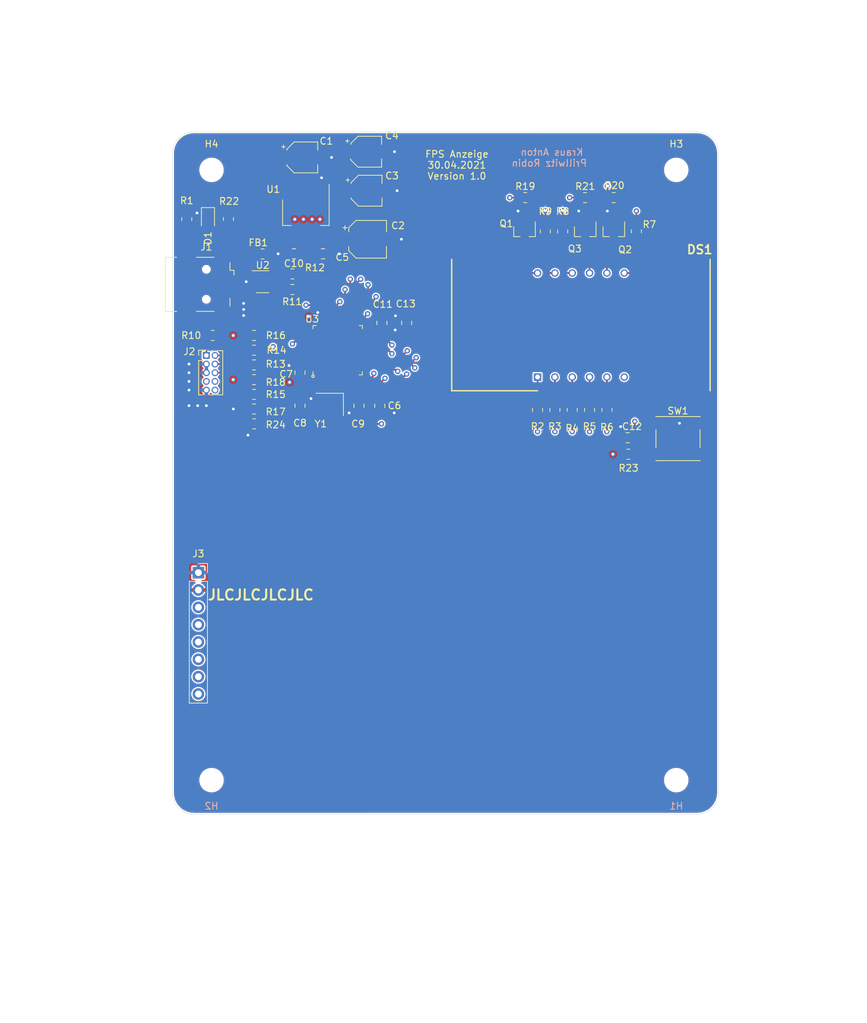
<source format=kicad_pcb>
(kicad_pcb (version 20171130) (host pcbnew "(5.1.9)-1")
  (layers (0 F.Cu signal) (1 In1.Cu signal) (2 In2.Cu signal) (31 B.Cu signal) (34 B.Paste user) (35 F.Paste user) (36 B.SilkS user) (37 F.SilkS user) (38 B.Mask user) (39 F.Mask user) (44 Edge.Cuts user))
  (net 0 "")
  (net 1 GND)
  (net 2 RESET)
  (net 3 OSC_IN)
  (net 4 OSC_OUT)
  (net 5 "Net-(DS1-Pad12)")
  (net 6 "Net-(DS1-Pad11)")
  (net 7 "Net-(DS1-Pad10)")
  (net 8 "Net-(DS1-Pad9)")
  (net 9 "Net-(DS1-Pad8)")
  (net 10 "Net-(DS1-Pad7)")
  (net 11 "Net-(DS1-Pad5)")
  (net 12 "Net-(DS1-Pad4)")
  (net 13 "Net-(DS1-Pad3)")
  (net 14 "Net-(DS1-Pad2)")
  (net 15 "Net-(DS1-Pad1)")
  (net 16 "Net-(FB1-Pad2)")
  (net 17 JTAG_RESET)
  (net 18 JTAG_SWO)
  (net 19 JTAG_SWDCLK)
  (net 20 JTAG_SWDIO)
  (net 21 "Net-(J2-Pad1)")
  (net 22 DC)
  (net 23 RES)
  (net 24 "Net-(Q1-Pad1)")
  (net 25 "Net-(Q2-Pad1)")
  (net 26 "Net-(Q3-Pad1)")
  (net 27 DAE)
  (net 28 DAD)
  (net 29 DADP)
  (net 30 DAC)
  (net 31 DAG)
  (net 32 DAB)
  (net 33 DAF)
  (net 34 DAA)
  (net 35 SEG_0)
  (net 36 SEG_2)
  (net 37 SEG_1)
  (net 38 BOOT0)
  (net 39 "Net-(J1-Pad6)")
  (net 40 +5V)
  (net 41 +3V3)
  (net 42 "Net-(J1-Pad3)")
  (net 43 "Net-(J1-Pad2)")
  (net 44 "Net-(C13-Pad1)")
  (net 45 USBD+)
  (net 46 USBD-)
  (net 47 "Net-(D1-Pad2)")
  (net 48 "Net-(R11-Pad2)")
  (net 49 "Net-(R12-Pad2)")
  (net 50 MOSI)
  (net 51 SPI_SCK)
  (net 52 MISO)
  (net 53 "Net-(J2-Pad6)")
  (net 54 "Net-(J2-Pad4)")
  (net 55 "Net-(J2-Pad2)")
  (module LED_SMD:LED_0805_2012Metric (layer F.Cu) (at 109.2 44.8 270)
    (fp_text reference D1 (at 2.794 0 90) (layer F.SilkS))
    (fp_text value LED)
    (pad 2 smd roundrect (at 0.9375 0 270) (size 0.975 1.4) (layers F.Cu F.Paste F.Mask) (net 47 "Net-(D1-Pad2)"))
    (pad 1 smd roundrect (at -0.9375 0 270) (size 0.975 1.4) (layers F.Cu F.Paste F.Mask) (net 1 GND))
  )
  (module Connector_PinSocket_2.54mm:PinSocket_1x08_P2.54mm_Vertical (layer F.Cu) (at 107.8 96.6)
    (fp_text reference J3 (at 0 -2.77) (layer F.SilkS))
    (fp_text value Conn_01x08)
    (pad 8 thru_hole oval (at 0 17.78) (size 1.7 1.7) (drill 1) (layers *.Cu *.Mask) (net 52 MISO))
    (pad 7 thru_hole oval (at 0 15.24) (size 1.7 1.7) (drill 1) (layers *.Cu *.Mask))
    (pad 6 thru_hole oval (at 0 12.7) (size 1.7 1.7) (drill 1) (layers *.Cu *.Mask) (net 22 DC))
    (pad 5 thru_hole oval (at 0 10.16) (size 1.7 1.7) (drill 1) (layers *.Cu *.Mask) (net 23 RES))
    (pad 4 thru_hole oval (at 0 7.62) (size 1.7 1.7) (drill 1) (layers *.Cu *.Mask) (net 50 MOSI))
    (pad 3 thru_hole oval (at 0 5.08) (size 1.7 1.7) (drill 1) (layers *.Cu *.Mask) (net 51 SPI_SCK))
    (pad 2 thru_hole oval (at 0 2.54) (size 1.7 1.7) (drill 1) (layers *.Cu *.Mask) (net 41 +3V3))
    (pad 1 thru_hole rect (at 0 0) (size 1.7 1.7) (drill 1) (layers *.Cu *.Mask) (net 1 GND))
  )
  (module Package_DFN_QFN:QFN-48-1EP_7x7mm_P0.5mm_EP5.6x5.6mm (layer F.Cu) (at 128.202 64.008 90)
    (fp_text reference U3 (at 4.572 -3.742 180) (layer F.SilkS))
    (fp_text value STM32F411CCUx)
    (pad 49 smd rect (at 0 0 90) (size 5.6 5.6) (layers F.Cu F.Mask) (net 1 GND))
    (pad 48 smd roundrect (at -2.75 -3.4375 90) (size 0.25 0.875) (layers F.Cu F.Paste F.Mask) (net 41 +3V3))
    (pad 47 smd roundrect (at -2.25 -3.4375 90) (size 0.25 0.875) (layers F.Cu F.Paste F.Mask) (net 1 GND))
    (pad 46 smd roundrect (at -1.75 -3.4375 90) (size 0.25 0.875) (layers F.Cu F.Paste F.Mask))
    (pad 45 smd roundrect (at -1.25 -3.4375 90) (size 0.25 0.875) (layers F.Cu F.Paste F.Mask))
    (pad 44 smd roundrect (at -0.75 -3.4375 90) (size 0.25 0.875) (layers F.Cu F.Paste F.Mask) (net 38 BOOT0))
    (pad 43 smd roundrect (at -0.25 -3.4375 90) (size 0.25 0.875) (layers F.Cu F.Paste F.Mask))
    (pad 42 smd roundrect (at 0.25 -3.4375 90) (size 0.25 0.875) (layers F.Cu F.Paste F.Mask))
    (pad 41 smd roundrect (at 0.75 -3.4375 90) (size 0.25 0.875) (layers F.Cu F.Paste F.Mask))
    (pad 40 smd roundrect (at 1.25 -3.4375 90) (size 0.25 0.875) (layers F.Cu F.Paste F.Mask) (net 17 JTAG_RESET))
    (pad 39 smd roundrect (at 1.75 -3.4375 90) (size 0.25 0.875) (layers F.Cu F.Paste F.Mask) (net 18 JTAG_SWO))
    (pad 38 smd roundrect (at 2.25 -3.4375 90) (size 0.25 0.875) (layers F.Cu F.Paste F.Mask))
    (pad 37 smd roundrect (at 2.75 -3.4375 90) (size 0.25 0.875) (layers F.Cu F.Paste F.Mask) (net 19 JTAG_SWDCLK))
    (pad 36 smd roundrect (at 3.4375 -2.75 90) (size 0.875 0.25) (layers F.Cu F.Paste F.Mask) (net 41 +3V3))
    (pad 35 smd roundrect (at 3.4375 -2.25 90) (size 0.875 0.25) (layers F.Cu F.Paste F.Mask) (net 1 GND))
    (pad 34 smd roundrect (at 3.4375 -1.75 90) (size 0.875 0.25) (layers F.Cu F.Paste F.Mask) (net 20 JTAG_SWDIO))
    (pad 33 smd roundrect (at 3.4375 -1.25 90) (size 0.875 0.25) (layers F.Cu F.Paste F.Mask) (net 45 USBD+))
    (pad 32 smd roundrect (at 3.4375 -0.75 90) (size 0.875 0.25) (layers F.Cu F.Paste F.Mask) (net 46 USBD-))
    (pad 31 smd roundrect (at 3.4375 -0.25 90) (size 0.875 0.25) (layers F.Cu F.Paste F.Mask) (net 28 DAD))
    (pad 30 smd roundrect (at 3.4375 0.25 90) (size 0.875 0.25) (layers F.Cu F.Paste F.Mask) (net 30 DAC))
    (pad 29 smd roundrect (at 3.4375 0.75 90) (size 0.875 0.25) (layers F.Cu F.Paste F.Mask) (net 34 DAA))
    (pad 28 smd roundrect (at 3.4375 1.25 90) (size 0.875 0.25) (layers F.Cu F.Paste F.Mask) (net 33 DAF))
    (pad 27 smd roundrect (at 3.4375 1.75 90) (size 0.875 0.25) (layers F.Cu F.Paste F.Mask) (net 31 DAG))
    (pad 26 smd roundrect (at 3.4375 2.25 90) (size 0.875 0.25) (layers F.Cu F.Paste F.Mask) (net 29 DADP))
    (pad 25 smd roundrect (at 3.4375 2.75 90) (size 0.875 0.25) (layers F.Cu F.Paste F.Mask) (net 32 DAB))
    (pad 24 smd roundrect (at 2.75 3.4375 90) (size 0.25 0.875) (layers F.Cu F.Paste F.Mask) (net 41 +3V3))
    (pad 23 smd roundrect (at 2.25 3.4375 90) (size 0.25 0.875) (layers F.Cu F.Paste F.Mask) (net 1 GND))
    (pad 22 smd roundrect (at 1.75 3.4375 90) (size 0.25 0.875) (layers F.Cu F.Paste F.Mask) (net 44 "Net-(C13-Pad1)"))
    (pad 21 smd roundrect (at 1.25 3.4375 90) (size 0.25 0.875) (layers F.Cu F.Paste F.Mask) (net 35 SEG_0))
    (pad 20 smd roundrect (at 0.75 3.4375 90) (size 0.25 0.875) (layers F.Cu F.Paste F.Mask) (net 36 SEG_2))
    (pad 19 smd roundrect (at 0.25 3.4375 90) (size 0.25 0.875) (layers F.Cu F.Paste F.Mask) (net 37 SEG_1))
    (pad 18 smd roundrect (at -0.25 3.4375 90) (size 0.25 0.875) (layers F.Cu F.Paste F.Mask) (net 27 DAE))
    (pad 17 smd roundrect (at -0.75 3.4375 90) (size 0.25 0.875) (layers F.Cu F.Paste F.Mask) (net 50 MOSI))
    (pad 16 smd roundrect (at -1.25 3.4375 90) (size 0.25 0.875) (layers F.Cu F.Paste F.Mask) (net 52 MISO))
    (pad 15 smd roundrect (at -1.75 3.4375 90) (size 0.25 0.875) (layers F.Cu F.Paste F.Mask) (net 51 SPI_SCK))
    (pad 14 smd roundrect (at -2.25 3.4375 90) (size 0.25 0.875) (layers F.Cu F.Paste F.Mask))
    (pad 13 smd roundrect (at -2.75 3.4375 90) (size 0.25 0.875) (layers F.Cu F.Paste F.Mask))
    (pad 12 smd roundrect (at -3.4375 2.75 90) (size 0.875 0.25) (layers F.Cu F.Paste F.Mask) (net 22 DC))
    (pad 11 smd roundrect (at -3.4375 2.25 90) (size 0.875 0.25) (layers F.Cu F.Paste F.Mask) (net 23 RES))
    (pad 10 smd roundrect (at -3.4375 1.75 90) (size 0.875 0.25) (layers F.Cu F.Paste F.Mask))
    (pad 9 smd roundrect (at -3.4375 1.25 90) (size 0.875 0.25) (layers F.Cu F.Paste F.Mask) (net 41 +3V3))
    (pad 8 smd roundrect (at -3.4375 0.75 90) (size 0.875 0.25) (layers F.Cu F.Paste F.Mask))
    (pad 7 smd roundrect (at -3.4375 0.25 90) (size 0.875 0.25) (layers F.Cu F.Paste F.Mask) (net 2 RESET))
    (pad 6 smd roundrect (at -3.4375 -0.25 90) (size 0.875 0.25) (layers F.Cu F.Paste F.Mask) (net 4 OSC_OUT))
    (pad 5 smd roundrect (at -3.4375 -0.75 90) (size 0.875 0.25) (layers F.Cu F.Paste F.Mask) (net 3 OSC_IN))
    (pad 4 smd roundrect (at -3.4375 -1.25 90) (size 0.875 0.25) (layers F.Cu F.Paste F.Mask))
    (pad 3 smd roundrect (at -3.4375 -1.75 90) (size 0.875 0.25) (layers F.Cu F.Paste F.Mask))
    (pad 2 smd roundrect (at -3.4375 -2.25 90) (size 0.875 0.25) (layers F.Cu F.Paste F.Mask))
    (pad 1 smd roundrect (at -3.4375 -2.75 90) (size 0.875 0.25) (layers F.Cu F.Paste F.Mask))
  )
  (module MountingHole:MountingHole_3.2mm_M3_DIN965 (layer B.Cu) (at 177.8 127)
    (fp_text reference H1 (at 0 3.8) (layer B.SilkS) (effects (justify mirror)))
    (fp_text value MountingHole)
    (pad 1 np_thru_hole circle (at 0 0) (size 3.2 3.2) (drill 3.2) (layers *.Cu *.Mask))
  )
  (module MountingHole:MountingHole_3.2mm_M3_DIN965 (layer B.Cu) (at 109.728 127)
    (fp_text reference H2 (at 0 3.8) (layer B.SilkS) (effects (justify mirror)))
    (fp_text value MountingHole)
    (pad 1 np_thru_hole circle (at 0 0) (size 3.2 3.2) (drill 3.2) (layers *.Cu *.Mask))
  )
  (module Crystal:Crystal_SMD_3225-4Pin_3.2x2.5mm (layer F.Cu) (at 127.043 71.97 180)
    (fp_text reference Y1 (at 1.313 -2.833) (layer F.SilkS))
    (fp_text value Crystal_GND24)
    (pad 4 smd rect (at -1.1 -0.85 180) (size 1.4 1.2) (layers F.Cu F.Paste F.Mask) (net 1 GND))
    (pad 3 smd rect (at 1.1 -0.85 180) (size 1.4 1.2) (layers F.Cu F.Paste F.Mask) (net 3 OSC_IN))
    (pad 2 smd rect (at 1.1 0.85 180) (size 1.4 1.2) (layers F.Cu F.Paste F.Mask) (net 1 GND))
    (pad 1 smd rect (at -1.1 0.85 180) (size 1.4 1.2) (layers F.Cu F.Paste F.Mask) (net 4 OSC_OUT))
  )
  (module Package_TO_SOT_SMD:SOT-23-6 (layer F.Cu) (at 117.221 53.975)
    (fp_text reference U2 (at 0 -2.413) (layer F.SilkS))
    (fp_text value USBLC6-2SC6)
    (pad 5 smd rect (at 1.1 0) (size 1.06 0.65) (layers F.Cu F.Paste F.Mask) (net 40 +5V))
    (pad 6 smd rect (at 1.1 -0.95) (size 1.06 0.65) (layers F.Cu F.Paste F.Mask) (net 49 "Net-(R12-Pad2)"))
    (pad 4 smd rect (at 1.1 0.95) (size 1.06 0.65) (layers F.Cu F.Paste F.Mask) (net 48 "Net-(R11-Pad2)"))
    (pad 3 smd rect (at -1.1 0.95) (size 1.06 0.65) (layers F.Cu F.Paste F.Mask) (net 42 "Net-(J1-Pad3)"))
    (pad 2 smd rect (at -1.1 0) (size 1.06 0.65) (layers F.Cu F.Paste F.Mask) (net 1 GND))
    (pad 1 smd rect (at -1.1 -0.95) (size 1.06 0.65) (layers F.Cu F.Paste F.Mask) (net 43 "Net-(J1-Pad2)"))
  )
  (module Button_Switch_SMD:SW_Push_1P1T_NO_6x6mm_H9.5mm (layer F.Cu) (at 178.054 76.962 180)
    (fp_text reference SW1 (at 0 4.064) (layer F.SilkS))
    (fp_text value SW_Push)
    (pad 2 smd rect (at 3.975 2.25 180) (size 1.55 1.3) (layers F.Cu F.Paste F.Mask) (net 1 GND))
    (pad 1 smd rect (at 3.975 -2.25 180) (size 1.55 1.3) (layers F.Cu F.Paste F.Mask) (net 2 RESET))
    (pad 1 smd rect (at -3.975 -2.25 180) (size 1.55 1.3) (layers F.Cu F.Paste F.Mask) (net 2 RESET))
    (pad 2 smd rect (at -3.975 2.25 180) (size 1.55 1.3) (layers F.Cu F.Paste F.Mask) (net 1 GND))
  )
  (module Package_TO_SOT_SMD:SOT-23 (layer F.Cu) (at 164.465 46.609 270)
    (fp_text reference Q3 (at 2.54 1.524 180) (layer F.SilkS))
    (fp_text value BC817)
    (pad 3 smd rect (at 1 0 270) (size 0.9 0.8) (layers F.Cu F.Paste F.Mask) (net 8 "Net-(DS1-Pad9)"))
    (pad 2 smd rect (at -1 0.95 270) (size 0.9 0.8) (layers F.Cu F.Paste F.Mask) (net 1 GND))
    (pad 1 smd rect (at -1 -0.95 270) (size 0.9 0.8) (layers F.Cu F.Paste F.Mask) (net 26 "Net-(Q3-Pad1)"))
  )
  (module Package_TO_SOT_SMD:SOT-23 (layer F.Cu) (at 168.656 46.609 270)
    (fp_text reference Q2 (at 2.667 -1.651 180) (layer F.SilkS))
    (fp_text value BC817)
    (pad 3 smd rect (at 1 0 270) (size 0.9 0.8) (layers F.Cu F.Paste F.Mask) (net 9 "Net-(DS1-Pad8)"))
    (pad 2 smd rect (at -1 0.95 270) (size 0.9 0.8) (layers F.Cu F.Paste F.Mask) (net 1 GND))
    (pad 1 smd rect (at -1 -0.95 270) (size 0.9 0.8) (layers F.Cu F.Paste F.Mask) (net 25 "Net-(Q2-Pad1)"))
  )
  (module Package_TO_SOT_SMD:SOT-23 (layer F.Cu) (at 155.575 46.609 270)
    (fp_text reference Q1 (at -1.143 2.667 180) (layer F.SilkS))
    (fp_text value BC817)
    (pad 3 smd rect (at 1 0 270) (size 0.9 0.8) (layers F.Cu F.Paste F.Mask) (net 5 "Net-(DS1-Pad12)"))
    (pad 2 smd rect (at -1 0.95 270) (size 0.9 0.8) (layers F.Cu F.Paste F.Mask) (net 1 GND))
    (pad 1 smd rect (at -1 -0.95 270) (size 0.9 0.8) (layers F.Cu F.Paste F.Mask) (net 24 "Net-(Q1-Pad1)"))
  )
  (module Resistor_SMD:R_0805_2012Metric (layer F.Cu) (at 117.1975 49.911 180)
    (fp_text reference FB1 (at 0.635 1.651) (layer F.SilkS))
    (fp_text value Ferrite_Bead)
    (pad 2 smd roundrect (at 0.9125 0 180) (size 1.025 1.4) (layers F.Cu F.Paste F.Mask) (roundrect_rratio 0.2439014634146341) (net 16 "Net-(FB1-Pad2)"))
    (pad 1 smd roundrect (at -0.9125 0 180) (size 1.025 1.4) (layers F.Cu F.Paste F.Mask) (roundrect_rratio 0.2439014634146341) (net 40 +5V))
  )
  (module MountingHole:MountingHole_3.2mm_M3_DIN965 (layer F.Cu) (at 109.728 37.592)
    (fp_text reference H4 (at 0 -3.8) (layer F.SilkS))
    (fp_text value MountingHole)
    (pad 1 np_thru_hole circle (at 0 0) (size 3.2 3.2) (drill 3.2) (layers *.Cu *.Mask))
  )
  (module MountingHole:MountingHole_3.2mm_M3_DIN965 (layer F.Cu) (at 177.8 37.592)
    (fp_text reference H3 (at 0 -3.8) (layer F.SilkS))
    (fp_text value MountingHole)
    (pad 1 np_thru_hole circle (at 0 0) (size 3.2 3.2) (drill 3.2) (layers *.Cu *.Mask))
  )
  (module Resistor_SMD:R_0805_2012Metric (layer F.Cu) (at 106.1 44.8125 90)
    (fp_text reference R1 (at 2.7125 0 180) (layer F.SilkS))
    (fp_text value 33k)
    (pad 2 smd roundrect (at 0.9125 0 90) (size 1.025 1.4) (layers F.Cu F.Paste F.Mask) (roundrect_rratio 0.2439004878048781) (net 1 GND))
    (pad 1 smd roundrect (at -0.9125 0 90) (size 1.025 1.4) (layers F.Cu F.Paste F.Mask) (roundrect_rratio 0.2439004878048781) (net 39 "Net-(J1-Pad6)"))
  )
  (module Connector_USB:USB_Mini-B_Wuerth_65100516121_Horizontal (layer F.Cu) (at 108.966 54.356 270)
    (fp_text reference J1 (at -5.461 0 180) (layer F.SilkS))
    (fp_text value USB_B_Mini)
    (pad "" np_thru_hole circle (at 2.2 0 270) (size 0.9 0.9) (drill 0.9) (layers *.Cu *.Mask))
    (pad "" np_thru_hole circle (at -2.2 0 270) (size 0.9 0.9) (drill 0.9) (layers *.Cu *.Mask))
    (pad 5 smd rect (at 1.6 -2.6 270) (size 0.5 2.5) (layers F.Cu F.Paste F.Mask) (net 1 GND))
    (pad 4 smd rect (at 0.8 -2.6 270) (size 0.5 2.5) (layers F.Cu F.Paste F.Mask))
    (pad 3 smd rect (at 0 -2.6 270) (size 0.5 2.5) (layers F.Cu F.Paste F.Mask) (net 42 "Net-(J1-Pad3)"))
    (pad 2 smd rect (at -0.8 -2.6 270) (size 0.5 2.5) (layers F.Cu F.Paste F.Mask) (net 43 "Net-(J1-Pad2)"))
    (pad 1 smd rect (at -1.6 -2.6 270) (size 0.5 2.5) (layers F.Cu F.Paste F.Mask) (net 16 "Net-(FB1-Pad2)"))
    (pad 6 smd rect (at 4.4 -2.6 270) (size 2 2.5) (layers F.Cu F.Paste F.Mask) (net 39 "Net-(J1-Pad6)"))
    (pad 6 smd rect (at -4.4 -2.6 270) (size 2 2.5) (layers F.Cu F.Paste F.Mask) (net 39 "Net-(J1-Pad6)"))
    (pad 6 smd rect (at 4.4 2.9 270) (size 2 2.5) (layers F.Cu F.Paste F.Mask) (net 39 "Net-(J1-Pad6)"))
    (pad 6 smd rect (at -4.4 2.9 270) (size 2 2.5) (layers F.Cu F.Paste F.Mask) (net 39 "Net-(J1-Pad6)"))
  )
  (module Resistor_SMD:R_0805_2012Metric (layer F.Cu) (at 170.7915 79.248)
    (fp_text reference R23 (at 0.0235 2.032) (layer F.SilkS))
    (fp_text value NC)
    (pad 2 smd roundrect (at 0.9125 0) (size 1.025 1.4) (layers F.Cu F.Paste F.Mask) (roundrect_rratio 0.2439004878048781) (net 2 RESET))
    (pad 1 smd roundrect (at -0.9125 0) (size 1.025 1.4) (layers F.Cu F.Paste F.Mask) (roundrect_rratio 0.2439004878048781) (net 41 +3V3))
  )
  (module Connector_PinHeader_1.27mm:PinHeader_2x05_P1.27mm_Vertical (layer F.Cu) (at 108.966 64.77)
    (fp_text reference J2 (at -2.4892 -0.5588) (layer F.SilkS))
    (fp_text value Conn_ARM_JTAG_SWD_10)
    (pad 10 thru_hole oval (at 1.27 5.08) (size 1 1) (drill 0.65) (layers *.Cu *.Mask) (net 17 JTAG_RESET))
    (pad 9 thru_hole oval (at 0 5.08) (size 1 1) (drill 0.65) (layers *.Cu *.Mask) (net 1 GND))
    (pad 8 thru_hole oval (at 1.27 3.81) (size 1 1) (drill 0.65) (layers *.Cu *.Mask))
    (pad 7 thru_hole oval (at 0 3.81) (size 1 1) (drill 0.65) (layers *.Cu *.Mask))
    (pad 6 thru_hole oval (at 1.27 2.54) (size 1 1) (drill 0.65) (layers *.Cu *.Mask) (net 53 "Net-(J2-Pad6)"))
    (pad 5 thru_hole oval (at 0 2.54) (size 1 1) (drill 0.65) (layers *.Cu *.Mask) (net 1 GND))
    (pad 4 thru_hole oval (at 1.27 1.27) (size 1 1) (drill 0.65) (layers *.Cu *.Mask) (net 54 "Net-(J2-Pad4)"))
    (pad 3 thru_hole oval (at 0 1.27) (size 1 1) (drill 0.65) (layers *.Cu *.Mask) (net 1 GND))
    (pad 2 thru_hole oval (at 1.27 0) (size 1 1) (drill 0.65) (layers *.Cu *.Mask) (net 55 "Net-(J2-Pad2)"))
    (pad 1 thru_hole rect (at 0 0) (size 1 1) (drill 0.65) (layers *.Cu *.Mask) (net 21 "Net-(J2-Pad1)"))
  )
  (module Package_TO_SOT_SMD:SOT-223-3_TabPin2 (layer F.Cu) (at 123.5456 43.8277 270)
    (fp_text reference U1 (at -3.3909 4.7752) (layer F.SilkS))
    (fp_text value AMS1117-3.3)
    (pad 1 smd rect (at -3.15 -2.3 270) (size 2 1.5) (layers F.Cu F.Paste F.Mask) (net 1 GND))
    (pad 3 smd rect (at -3.15 2.3 270) (size 2 1.5) (layers F.Cu F.Paste F.Mask) (net 40 +5V))
    (pad 2 smd rect (at -3.15 0 270) (size 2 1.5) (layers F.Cu F.Paste F.Mask) (net 41 +3V3))
    (pad 2 smd rect (at 3.15 0 270) (size 2 3.8) (layers F.Cu F.Paste F.Mask) (net 41 +3V3))
  )
  (module Resistor_SMD:R_0805_2012Metric (layer F.Cu) (at 115.9745 74.803 180)
    (fp_text reference R24 (at -3.1515 -0.127) (layer F.SilkS))
    (fp_text value 100k)
    (pad 2 smd roundrect (at 0.9125 0 180) (size 1.025 1.4) (layers F.Cu F.Paste F.Mask) (roundrect_rratio 0.2439004878048781) (net 1 GND))
    (pad 1 smd roundrect (at -0.9125 0 180) (size 1.025 1.4) (layers F.Cu F.Paste F.Mask) (roundrect_rratio 0.2439004878048781) (net 38 BOOT0))
  )
  (module Resistor_SMD:R_0805_2012Metric (layer F.Cu) (at 112.2 44.7875 270)
    (fp_text reference R22 (at -2.6 -0.1 180) (layer F.SilkS))
    (fp_text value 470)
    (pad 2 smd roundrect (at 0.9125 0 270) (size 1.025 1.4) (layers F.Cu F.Paste F.Mask) (roundrect_rratio 0.2439004878048781) (net 47 "Net-(D1-Pad2)"))
    (pad 1 smd roundrect (at -0.9125 0 270) (size 1.025 1.4) (layers F.Cu F.Paste F.Mask) (roundrect_rratio 0.2439004878048781) (net 41 +3V3))
  )
  (module Resistor_SMD:R_0805_2012Metric (layer F.Cu) (at 164.4415 41.656)
    (fp_text reference R21 (at 0.0235 -1.651) (layer F.SilkS))
    (fp_text value 10k)
    (pad 2 smd roundrect (at 0.9125 0) (size 1.025 1.4) (layers F.Cu F.Paste F.Mask) (roundrect_rratio 0.2439004878048781) (net 26 "Net-(Q3-Pad1)"))
    (pad 1 smd roundrect (at -0.9125 0) (size 1.025 1.4) (layers F.Cu F.Paste F.Mask) (roundrect_rratio 0.2439004878048781) (net 37 SEG_1))
  )
  (module Resistor_SMD:R_0805_2012Metric (layer F.Cu) (at 168.6325 41.656)
    (fp_text reference R20 (at 0.127 -1.778) (layer F.SilkS))
    (fp_text value 10k)
    (pad 2 smd roundrect (at 0.9125 0) (size 1.025 1.4) (layers F.Cu F.Paste F.Mask) (roundrect_rratio 0.2439004878048781) (net 25 "Net-(Q2-Pad1)"))
    (pad 1 smd roundrect (at -0.9125 0) (size 1.025 1.4) (layers F.Cu F.Paste F.Mask) (roundrect_rratio 0.2439004878048781) (net 36 SEG_2))
  )
  (module Resistor_SMD:R_0805_2012Metric (layer F.Cu) (at 155.6785 41.656)
    (fp_text reference R19 (at 0 -1.65) (layer F.SilkS))
    (fp_text value 10k)
    (pad 2 smd roundrect (at 0.9125 0) (size 1.025 1.4) (layers F.Cu F.Paste F.Mask) (roundrect_rratio 0.2439004878048781) (net 24 "Net-(Q1-Pad1)"))
    (pad 1 smd roundrect (at -0.9125 0) (size 1.025 1.4) (layers F.Cu F.Paste F.Mask) (roundrect_rratio 0.2439004878048781) (net 35 SEG_0))
  )
  (module Resistor_SMD:R_0805_2012Metric (layer F.Cu) (at 115.951 68.326)
    (fp_text reference R18 (at 3.175 0.381) (layer F.SilkS))
    (fp_text value 10k)
    (pad 2 smd roundrect (at 0.9125 0) (size 1.025 1.4) (layers F.Cu F.Paste F.Mask) (roundrect_rratio 0.2439004878048781) (net 19 JTAG_SWDCLK))
    (pad 1 smd roundrect (at -0.9125 0) (size 1.025 1.4) (layers F.Cu F.Paste F.Mask) (roundrect_rratio 0.2439004878048781) (net 41 +3V3))
  )
  (module Resistor_SMD:R_0805_2012Metric (layer F.Cu) (at 115.9529 72.6186 180)
    (fp_text reference R17 (at -3.1731 -0.4064) (layer F.SilkS))
    (fp_text value 10k)
    (pad 2 smd roundrect (at 0.9125 0 180) (size 1.025 1.4) (layers F.Cu F.Paste F.Mask) (roundrect_rratio 0.2439004878048781) (net 1 GND))
    (pad 1 smd roundrect (at -0.9125 0 180) (size 1.025 1.4) (layers F.Cu F.Paste F.Mask) (roundrect_rratio 0.2439004878048781) (net 18 JTAG_SWO))
  )
  (module Resistor_SMD:R_0805_2012Metric (layer F.Cu) (at 115.951 61.849)
    (fp_text reference R16 (at 3.1985 0) (layer F.SilkS))
    (fp_text value 10k)
    (pad 2 smd roundrect (at 0.9125 0) (size 1.025 1.4) (layers F.Cu F.Paste F.Mask) (roundrect_rratio 0.2439004878048781) (net 20 JTAG_SWDIO))
    (pad 1 smd roundrect (at -0.9125 0) (size 1.025 1.4) (layers F.Cu F.Paste F.Mask) (roundrect_rratio 0.2439004878048781) (net 41 +3V3))
  )
  (module Resistor_SMD:R_0805_2012Metric (layer F.Cu) (at 115.951 70.485 180)
    (fp_text reference R15 (at -3.175 0 180) (layer F.SilkS))
    (fp_text value 33)
    (pad 2 smd roundrect (at 0.9125 0 180) (size 1.025 1.4) (layers F.Cu F.Paste F.Mask) (roundrect_rratio 0.2439004878048781) (net 53 "Net-(J2-Pad6)"))
    (pad 1 smd roundrect (at -0.9125 0 180) (size 1.025 1.4) (layers F.Cu F.Paste F.Mask) (roundrect_rratio 0.2439004878048781) (net 18 JTAG_SWO))
  )
  (module Resistor_SMD:R_0805_2012Metric (layer F.Cu) (at 115.951 64.008 180)
    (fp_text reference R14 (at -3.302 0) (layer F.SilkS))
    (fp_text value 33)
    (pad 2 smd roundrect (at 0.9125 0 180) (size 1.025 1.4) (layers F.Cu F.Paste F.Mask) (roundrect_rratio 0.2439004878048781) (net 55 "Net-(J2-Pad2)"))
    (pad 1 smd roundrect (at -0.9125 0 180) (size 1.025 1.4) (layers F.Cu F.Paste F.Mask) (roundrect_rratio 0.2439004878048781) (net 20 JTAG_SWDIO))
  )
  (module Resistor_SMD:R_0805_2012Metric (layer F.Cu) (at 115.951 66.167 180)
    (fp_text reference R13 (at -3.175 0.127) (layer F.SilkS))
    (fp_text value 33)
    (pad 2 smd roundrect (at 0.9125 0 180) (size 1.025 1.4) (layers F.Cu F.Paste F.Mask) (roundrect_rratio 0.2439004878048781) (net 54 "Net-(J2-Pad4)"))
    (pad 1 smd roundrect (at -0.9125 0 180) (size 1.025 1.4) (layers F.Cu F.Paste F.Mask) (roundrect_rratio 0.2439004878048781) (net 19 JTAG_SWDCLK))
  )
  (module Resistor_SMD:R_0805_2012Metric (layer F.Cu) (at 109.9 61.849 180)
    (fp_text reference R10 (at 3.1515 0) (layer F.SilkS))
    (fp_text value 100)
    (pad 2 smd roundrect (at 0.9125 0 180) (size 1.025 1.4) (layers F.Cu F.Paste F.Mask) (roundrect_rratio 0.2439004878048781) (net 21 "Net-(J2-Pad1)"))
    (pad 1 smd roundrect (at -0.9125 0 180) (size 1.025 1.4) (layers F.Cu F.Paste F.Mask) (roundrect_rratio 0.2439004878048781) (net 41 +3V3))
  )
  (module Resistor_SMD:R_0805_2012Metric (layer F.Cu) (at 121.579 52.832 180)
    (fp_text reference R12 (at -3.2874 0.9144) (layer F.SilkS))
    (fp_text value 15)
    (pad 2 smd roundrect (at 0.9125 0 180) (size 1.025 1.4) (layers F.Cu F.Paste F.Mask) (roundrect_rratio 0.2439004878048781) (net 49 "Net-(R12-Pad2)"))
    (pad 1 smd roundrect (at -0.9125 0 180) (size 1.025 1.4) (layers F.Cu F.Paste F.Mask) (roundrect_rratio 0.2439004878048781) (net 46 USBD-))
  )
  (module Resistor_SMD:R_0805_2012Metric (layer F.Cu) (at 121.579 55.118 180)
    (fp_text reference R11 (at 0.04 -1.778) (layer F.SilkS))
    (fp_text value 15)
    (pad 2 smd roundrect (at 0.9125 0 180) (size 1.025 1.4) (layers F.Cu F.Paste F.Mask) (roundrect_rratio 0.2439004878048781) (net 48 "Net-(R11-Pad2)"))
    (pad 1 smd roundrect (at -0.9125 0 180) (size 1.025 1.4) (layers F.Cu F.Paste F.Mask) (roundrect_rratio 0.2439004878048781) (net 45 USBD+))
  )
  (module Resistor_SMD:R_0805_2012Metric (layer F.Cu) (at 158.623 46.609 90)
    (fp_text reference R9 (at 2.9445 0 180) (layer F.SilkS))
    (fp_text value 100)
    (pad 2 smd roundrect (at 0.9125 0 90) (size 1.025 1.4) (layers F.Cu F.Paste F.Mask) (roundrect_rratio 0.2439004878048781) (net 34 DAA))
    (pad 1 smd roundrect (at -0.9125 0 90) (size 1.025 1.4) (layers F.Cu F.Paste F.Mask) (roundrect_rratio 0.2439004878048781) (net 6 "Net-(DS1-Pad11)"))
  )
  (module Resistor_SMD:R_0805_2012Metric (layer F.Cu) (at 161.163 46.609 90)
    (fp_text reference R8 (at 2.9445 0 180) (layer F.SilkS))
    (fp_text value 100)
    (pad 2 smd roundrect (at 0.9125 0 90) (size 1.025 1.4) (layers F.Cu F.Paste F.Mask) (roundrect_rratio 0.2439004878048781) (net 33 DAF))
    (pad 1 smd roundrect (at -0.9125 0 90) (size 1.025 1.4) (layers F.Cu F.Paste F.Mask) (roundrect_rratio 0.2439004878048781) (net 7 "Net-(DS1-Pad10)"))
  )
  (module Resistor_SMD:R_0805_2012Metric (layer F.Cu) (at 171.958 46.5855 90)
    (fp_text reference R7 (at 0.9925 1.905 180) (layer F.SilkS))
    (fp_text value 100)
    (pad 2 smd roundrect (at 0.9125 0 90) (size 1.025 1.4) (layers F.Cu F.Paste F.Mask) (roundrect_rratio 0.2439004878048781) (net 32 DAB))
    (pad 1 smd roundrect (at -0.9125 0 90) (size 1.025 1.4) (layers F.Cu F.Paste F.Mask) (roundrect_rratio 0.2439004878048781) (net 10 "Net-(DS1-Pad7)"))
  )
  (module Resistor_SMD:R_0805_2012Metric (layer F.Cu) (at 167.64 72.7437 270)
    (fp_text reference R6 (at 2.54 0 180) (layer F.SilkS))
    (fp_text value 100)
    (pad 2 smd roundrect (at 0.9125 0 270) (size 1.025 1.4) (layers F.Cu F.Paste F.Mask) (roundrect_rratio 0.2439004878048781) (net 31 DAG))
    (pad 1 smd roundrect (at -0.9125 0 270) (size 1.025 1.4) (layers F.Cu F.Paste F.Mask) (roundrect_rratio 0.2439004878048781) (net 11 "Net-(DS1-Pad5)"))
  )
  (module Resistor_SMD:R_0805_2012Metric (layer F.Cu) (at 165.1 72.7475 270)
    (fp_text reference R5 (at 2.4365 0 180) (layer F.SilkS))
    (fp_text value 100)
    (pad 2 smd roundrect (at 0.9125 0 270) (size 1.025 1.4) (layers F.Cu F.Paste F.Mask) (roundrect_rratio 0.2439004878048781) (net 30 DAC))
    (pad 1 smd roundrect (at -0.9125 0 270) (size 1.025 1.4) (layers F.Cu F.Paste F.Mask) (roundrect_rratio 0.2439004878048781) (net 12 "Net-(DS1-Pad4)"))
  )
  (module Resistor_SMD:R_0805_2012Metric (layer F.Cu) (at 162.56 72.7475 270)
    (fp_text reference R4 (at 2.6905 0 180) (layer F.SilkS))
    (fp_text value 100)
    (pad 2 smd roundrect (at 0.9125 0 270) (size 1.025 1.4) (layers F.Cu F.Paste F.Mask) (roundrect_rratio 0.2439004878048781) (net 29 DADP))
    (pad 1 smd roundrect (at -0.9125 0 270) (size 1.025 1.4) (layers F.Cu F.Paste F.Mask) (roundrect_rratio 0.2439004878048781) (net 13 "Net-(DS1-Pad3)"))
  )
  (module Resistor_SMD:R_0805_2012Metric (layer F.Cu) (at 160.02 72.7475 270)
    (fp_text reference R3 (at 2.4365 0 180) (layer F.SilkS))
    (fp_text value 100)
    (pad 2 smd roundrect (at 0.9125 0 270) (size 1.025 1.4) (layers F.Cu F.Paste F.Mask) (roundrect_rratio 0.2439004878048781) (net 28 DAD))
    (pad 1 smd roundrect (at -0.9125 0 270) (size 1.025 1.4) (layers F.Cu F.Paste F.Mask) (roundrect_rratio 0.2439004878048781) (net 14 "Net-(DS1-Pad2)"))
  )
  (module Resistor_SMD:R_0805_2012Metric (layer F.Cu) (at 157.48 72.7475 270)
    (fp_text reference R2 (at 2.4365 0 180) (layer F.SilkS))
    (fp_text value 100)
    (pad 2 smd roundrect (at 0.9125 0 270) (size 1.025 1.4) (layers F.Cu F.Paste F.Mask) (roundrect_rratio 0.2439004878048781) (net 27 DAE))
    (pad 1 smd roundrect (at -0.9125 0 270) (size 1.025 1.4) (layers F.Cu F.Paste F.Mask) (roundrect_rratio 0.2439004878048781) (net 15 "Net-(DS1-Pad1)"))
  )
  (module SamacSys_Parts:DIPS1524W50P254L3760H835Q12N (layer F.Cu) (at 157.48 67.945 90)
    (fp_text reference DS1 (at 18.669 23.749 180) (layer F.SilkS) (effects (font (size 1.27 1.27) (thickness 0.254))))
    (fp_text value BC56-12EWA hide)
    (pad 12 thru_hole circle (at 15.24 0 90) (size 1.1 1.1) (drill 0.7) (layers *.Cu *.Mask) (net 5 "Net-(DS1-Pad12)"))
    (pad 11 thru_hole circle (at 15.24 2.54 90) (size 1.1 1.1) (drill 0.7) (layers *.Cu *.Mask) (net 6 "Net-(DS1-Pad11)"))
    (pad 10 thru_hole circle (at 15.24 5.08 90) (size 1.1 1.1) (drill 0.7) (layers *.Cu *.Mask) (net 7 "Net-(DS1-Pad10)"))
    (pad 9 thru_hole circle (at 15.24 7.62 90) (size 1.1 1.1) (drill 0.7) (layers *.Cu *.Mask) (net 8 "Net-(DS1-Pad9)"))
    (pad 8 thru_hole circle (at 15.24 10.16 90) (size 1.1 1.1) (drill 0.7) (layers *.Cu *.Mask) (net 9 "Net-(DS1-Pad8)"))
    (pad 7 thru_hole circle (at 15.24 12.7 90) (size 1.1 1.1) (drill 0.7) (layers *.Cu *.Mask) (net 10 "Net-(DS1-Pad7)"))
    (pad 6 thru_hole circle (at 0 12.7 90) (size 1.1 1.1) (drill 0.7) (layers *.Cu *.Mask))
    (pad 5 thru_hole circle (at 0 10.16 90) (size 1.1 1.1) (drill 0.7) (layers *.Cu *.Mask) (net 11 "Net-(DS1-Pad5)"))
    (pad 4 thru_hole circle (at 0 7.62 90) (size 1.1 1.1) (drill 0.7) (layers *.Cu *.Mask) (net 12 "Net-(DS1-Pad4)"))
    (pad 3 thru_hole circle (at 0 5.08 90) (size 1.1 1.1) (drill 0.7) (layers *.Cu *.Mask) (net 13 "Net-(DS1-Pad3)"))
    (pad 2 thru_hole circle (at 0 2.54 90) (size 1.1 1.1) (drill 0.7) (layers *.Cu *.Mask) (net 14 "Net-(DS1-Pad2)"))
    (pad 1 thru_hole rect (at 0 0 90) (size 1.1 1.1) (drill 0.7) (layers *.Cu *.Mask) (net 15 "Net-(DS1-Pad1)"))
  )
  (module Capacitor_SMD:C_0805_2012Metric_Pad1.18x1.45mm_HandSolder (layer F.Cu) (at 138.303 60.0075 90)
    (fp_text reference C13 (at 2.794 -0.127 180) (layer F.SilkS))
    (fp_text value 100n)
    (pad 2 smd roundrect (at 1.0375 0 90) (size 1.175 1.45) (layers F.Cu F.Paste F.Mask) (roundrect_rratio 0.2127659574468085) (net 1 GND))
    (pad 1 smd roundrect (at -1.0375 0 90) (size 1.175 1.45) (layers F.Cu F.Paste F.Mask) (roundrect_rratio 0.2127659574468085) (net 44 "Net-(C13-Pad1)"))
  )
  (module Capacitor_SMD:C_0805_2012Metric_Pad1.18x1.45mm_HandSolder (layer F.Cu) (at 170.688 76.835 180)
    (fp_text reference C12 (at -0.635 1.651) (layer F.SilkS))
    (fp_text value 100n)
    (pad 2 smd roundrect (at 1.0375 0 180) (size 1.175 1.45) (layers F.Cu F.Paste F.Mask) (roundrect_rratio 0.2127659574468085) (net 1 GND))
    (pad 1 smd roundrect (at -1.0375 0 180) (size 1.175 1.45) (layers F.Cu F.Paste F.Mask) (roundrect_rratio 0.2127659574468085) (net 2 RESET))
  )
  (module Capacitor_SMD:C_0805_2012Metric_Pad1.18x1.45mm_HandSolder (layer F.Cu) (at 134.6835 60.0075 270)
    (fp_text reference C11 (at -2.7305 -0.127 180) (layer F.SilkS))
    (fp_text value 100n)
    (pad 2 smd roundrect (at 1.0375 0 270) (size 1.175 1.45) (layers F.Cu F.Paste F.Mask) (roundrect_rratio 0.2127659574468085) (net 1 GND))
    (pad 1 smd roundrect (at -1.0375 0 270) (size 1.175 1.45) (layers F.Cu F.Paste F.Mask) (roundrect_rratio 0.2127659574468085) (net 41 +3V3))
  )
  (module Capacitor_SMD:C_0805_2012Metric_Pad1.18x1.45mm_HandSolder (layer F.Cu) (at 121.7969 49.8856 180)
    (fp_text reference C10 (at 0.0039 -1.4224) (layer F.SilkS))
    (fp_text value 100n)
    (pad 2 smd roundrect (at 1.0375 0 180) (size 1.175 1.45) (layers F.Cu F.Paste F.Mask) (roundrect_rratio 0.2127659574468085) (net 1 GND))
    (pad 1 smd roundrect (at -1.0375 0 180) (size 1.175 1.45) (layers F.Cu F.Paste F.Mask) (roundrect_rratio 0.2127659574468085) (net 41 +3V3))
  )
  (module Capacitor_SMD:C_0805_2012Metric_Pad1.18x1.45mm_HandSolder (layer F.Cu) (at 131.318 72.1575 270)
    (fp_text reference C9 (at 2.6455 0.127 180) (layer F.SilkS))
    (fp_text value 12p)
    (pad 2 smd roundrect (at 1.0375 0 270) (size 1.175 1.45) (layers F.Cu F.Paste F.Mask) (roundrect_rratio 0.2127659574468085) (net 1 GND))
    (pad 1 smd roundrect (at -1.0375 0 270) (size 1.175 1.45) (layers F.Cu F.Paste F.Mask) (roundrect_rratio 0.2127659574468085) (net 4 OSC_OUT))
  )
  (module Capacitor_SMD:C_0805_2012Metric_Pad1.18x1.45mm_HandSolder (layer F.Cu) (at 122.682 72.1375 90)
    (fp_text reference C8 (at -2.54 0 180) (layer F.SilkS))
    (fp_text value 12p)
    (pad 2 smd roundrect (at 1.0375 0 90) (size 1.175 1.45) (layers F.Cu F.Paste F.Mask) (roundrect_rratio 0.2127659574468085) (net 1 GND))
    (pad 1 smd roundrect (at -1.0375 0 90) (size 1.175 1.45) (layers F.Cu F.Paste F.Mask) (roundrect_rratio 0.2127659574468085) (net 3 OSC_IN))
  )
  (module Capacitor_SMD:C_0805_2012Metric_Pad1.18x1.45mm_HandSolder (layer F.Cu) (at 122.682 67.2885 90)
    (fp_text reference C7 (at -0.2325 -2.032 180) (layer F.SilkS))
    (fp_text value 100n)
    (pad 2 smd roundrect (at 1.0375 0 90) (size 1.175 1.45) (layers F.Cu F.Paste F.Mask) (roundrect_rratio 0.2127659574468085) (net 1 GND))
    (pad 1 smd roundrect (at -1.0375 0 90) (size 1.175 1.45) (layers F.Cu F.Paste F.Mask) (roundrect_rratio 0.2127659574468085) (net 41 +3V3))
  )
  (module Capacitor_SMD:C_0805_2012Metric_Pad1.18x1.45mm_HandSolder (layer F.Cu) (at 134.366 72.1575 270)
    (fp_text reference C6 (at -0.0215 -2.159 180) (layer F.SilkS))
    (fp_text value 100n)
    (pad 2 smd roundrect (at 1.0375 0 270) (size 1.175 1.45) (layers F.Cu F.Paste F.Mask) (roundrect_rratio 0.2127659574468085) (net 1 GND))
    (pad 1 smd roundrect (at -1.0375 0 270) (size 1.175 1.45) (layers F.Cu F.Paste F.Mask) (roundrect_rratio 0.2127659574468085) (net 41 +3V3))
  )
  (module Capacitor_SMD:C_0805_2012Metric_Pad1.18x1.45mm_HandSolder (layer F.Cu) (at 126.0563 49.8856)
    (fp_text reference C5 (at 2.8233 0.508) (layer F.SilkS))
    (fp_text value 100n)
    (pad 2 smd roundrect (at 1.0375 0) (size 1.175 1.45) (layers F.Cu F.Paste F.Mask) (roundrect_rratio 0.2127659574468085) (net 1 GND))
    (pad 1 smd roundrect (at -1.0375 0) (size 1.175 1.45) (layers F.Cu F.Paste F.Mask) (roundrect_rratio 0.2127659574468085) (net 41 +3V3))
  )
  (module Capacitor_SMD:CP_Elec_4x4.5 (layer F.Cu) (at 132.3721 34.925)
    (fp_text reference C4 (at 3.7719 -2.3368) (layer F.SilkS))
    (fp_text value 10u)
    (pad 2 smd roundrect (at 1.8 0) (size 2.6 1.6) (layers F.Cu F.Paste F.Mask) (roundrect_rratio 0.15625) (net 1 GND))
    (pad 1 smd roundrect (at -1.8 0) (size 2.6 1.6) (layers F.Cu F.Paste F.Mask) (roundrect_rratio 0.15625) (net 41 +3V3))
  )
  (module Capacitor_SMD:CP_Elec_4x4.5 (layer F.Cu) (at 132.439 40.64)
    (fp_text reference C3 (at 3.7211 -2.1844) (layer F.SilkS))
    (fp_text value 10u)
    (pad 2 smd roundrect (at 1.8 0) (size 2.6 1.6) (layers F.Cu F.Paste F.Mask) (roundrect_rratio 0.15625) (net 1 GND))
    (pad 1 smd roundrect (at -1.8 0) (size 2.6 1.6) (layers F.Cu F.Paste F.Mask) (roundrect_rratio 0.15625) (net 41 +3V3))
  )
  (module Capacitor_SMD:CP_Elec_5x5.3 (layer F.Cu) (at 132.588 47.752)
    (fp_text reference C2 (at 4.4577 -1.9939) (layer F.SilkS))
    (fp_text value 100u)
    (pad 2 smd roundrect (at 2.2 0) (size 3 1.6) (layers F.Cu F.Paste F.Mask) (roundrect_rratio 0.15625) (net 1 GND))
    (pad 1 smd roundrect (at -2.2 0) (size 3 1.6) (layers F.Cu F.Paste F.Mask) (roundrect_rratio 0.15625) (net 41 +3V3))
  )
  (module Capacitor_SMD:CP_Elec_4x4.5 (layer F.Cu) (at 123.0156 35.7632)
    (fp_text reference C1 (at 3.5272 -2.3876) (layer F.SilkS))
    (fp_text value 10u)
    (pad 2 smd roundrect (at 1.8 0) (size 2.6 1.6) (layers F.Cu F.Paste F.Mask) (roundrect_rratio 0.15625) (net 1 GND))
    (pad 1 smd roundrect (at -1.8 0) (size 2.6 1.6) (layers F.Cu F.Paste F.Mask) (roundrect_rratio 0.15625) (net 40 +5V))
  )
  (gr_text "FPS Anzeige\n30.04.2021\nVersion 1.0\n" (at 145.669 36.8935) (layer F.SilkS) (effects (font (size 1 1))))
  (gr_text "Kraus Anton \nPrillwitz Robin" (at 159.2 35.8) (layer B.SilkS) (effects (font (size 1 1)) (justify mirror)))
  (gr_text JLCJLCJLCJLC (at 116.945 99.867) (layer F.SilkS) (effects (font (size 1.5 1.5) (thickness 0.3))))
  (gr_arc (start 107.15244 35.14852) (end 107.15244 31.99892) (angle -90) (layer Edge.Cuts) (width 0.05))
  (gr_arc (start 107.1499 128.8542) (end 104.0003 128.8542) (angle -90) (layer Edge.Cuts) (width 0.05))
  (gr_arc (start 180.848 35.1536) (end 183.9976 35.1536) (angle -90) (layer Edge.Cuts) (width 0.05))
  (gr_arc (start 180.848 128.84912) (end 180.848 131.99872) (angle -90) (layer Edge.Cuts) (width 0.05))
  (gr_circle (center 124.587 67.818) (end 124.766605 67.818) (layer F.SilkS) (width 0.15))
  (gr_line (start 107.15244 31.99892) (end 180.848 32.004) (layer Edge.Cuts) (width 0.05))
  (gr_line (start 104.0003 128.8542) (end 104.00284 35.14852) (layer Edge.Cuts) (width 0.05))
  (gr_line (start 180.848 131.99872) (end 107.1499 132.0038) (layer Edge.Cuts) (width 0.05))
  (gr_line (start 183.9976 128.84912) (end 183.9976 35.1536) (layer Edge.Cuts) (width 0.05))
  (segment (start 115.062 74.803) (end 115.062 75.946) (width 0.25) (layer F.Cu) (net 1))
  (segment (start 115.062 75.946) (end 115.062 76.2) (width 0.25) (layer F.Cu) (net 1))
  (segment (start 115.062 76.2) (end 115.062 76.454) (width 0.25) (layer F.Cu) (net 1))
  (segment (start 115.062 76.454) (end 115.062 76.454) (width 0.25) (layer F.Cu) (net 1))
  (via (at 115.062 76.454) (size 0.8) (drill 0.4) (layers F.Cu B.Cu) (net 1))
  (segment (start 154.625 45.382) (end 154.625 43.881) (width 0.25) (layer F.Cu) (net 1))
  (segment (start 154.625 43.881) (end 154.625 43.881) (width 0.25) (layer F.Cu) (net 1))
  (segment (start 154.625 43.881) (end 154.625 43.622) (width 0.25) (layer F.Cu) (net 1))
  (segment (start 154.625 43.622) (end 154.625 43.622) (width 0.25) (layer F.Cu) (net 1))
  (via (at 154.625 43.622) (size 0.8) (drill 0.4) (layers F.Cu B.Cu) (net 1))
  (segment (start 163.515 43.622) (end 163.515 43.622) (width 0.25) (layer F.Cu) (net 1))
  (via (at 163.515 43.622) (size 0.8) (drill 0.4) (layers F.Cu B.Cu) (net 1))
  (segment (start 115.0404 72.6186) (end 113.0554 72.6186) (width 0.25) (layer F.Cu) (net 1))
  (via (at 106.426 69.85) (size 0.8) (drill 0.4) (layers F.Cu B.Cu) (net 1))
  (via (at 106.426 67.31) (size 0.8) (drill 0.4) (layers F.Cu B.Cu) (net 1))
  (via (at 106.426 66.04) (size 0.8) (drill 0.4) (layers F.Cu B.Cu) (net 1))
  (via (at 106.426 68.58) (size 0.8) (drill 0.4) (layers F.Cu B.Cu) (net 1))
  (via (at 107.696 72.136) (size 0.8) (drill 0.4) (layers F.Cu B.Cu) (net 1))
  (via (at 106.426 72.136) (size 0.8) (drill 0.4) (layers F.Cu B.Cu) (net 1))
  (segment (start 163.515 43.622) (end 163.515 45.609) (width 0.25) (layer F.Cu) (net 1))
  (segment (start 116.121 53.975) (end 114.935 53.975) (width 0.25) (layer F.Cu) (net 1))
  (segment (start 114.935 53.975) (end 114.808 53.975) (width 0.25) (layer F.Cu) (net 1))
  (segment (start 114.808 53.975) (end 114.681 53.975) (width 0.25) (layer F.Cu) (net 1))
  (via (at 114.808 53.975) (size 0.8) (drill 0.4) (layers F.Cu B.Cu) (net 1))
  (segment (start 128.143 72.82) (end 129.462 72.82) (width 0.25) (layer F.Cu) (net 1))
  (segment (start 129.837 73.195) (end 129.878 73.195) (width 0.25) (layer F.Cu) (net 1))
  (segment (start 129.462 72.82) (end 129.7305 73.0885) (width 0.25) (layer F.Cu) (net 1))
  (segment (start 129.7305 73.0885) (end 129.837 73.195) (width 0.25) (layer F.Cu) (net 1))
  (segment (start 129.878 73.195) (end 131.318 73.195) (width 0.25) (layer F.Cu) (net 1))
  (via (at 129.878 73.195) (size 0.8) (drill 0.4) (layers F.Cu B.Cu) (net 1))
  (segment (start 125.952 60.5705) (end 125.952 59.15) (width 0.25) (layer F.Cu) (net 1))
  (segment (start 125.952 59.15) (end 125.2855 58.4835) (width 0.25) (layer F.Cu) (net 1))
  (segment (start 125.952 61.758) (end 128.202 64.008) (width 0.25) (layer F.Cu) (net 1))
  (segment (start 125.952 60.5705) (end 125.952 61.758) (width 0.25) (layer F.Cu) (net 1))
  (segment (start 125.952 66.258) (end 128.202 64.008) (width 0.25) (layer F.Cu) (net 1))
  (segment (start 124.7645 66.258) (end 125.952 66.258) (width 0.25) (layer F.Cu) (net 1))
  (segment (start 125.2855 58.4835) (end 125.222 58.42) (width 0.25) (layer F.Cu) (net 1))
  (via (at 125.2855 58.4835) (size 0.8) (drill 0.4) (layers F.Cu B.Cu) (net 1))
  (segment (start 130.452 61.758) (end 128.202 64.008) (width 0.25) (layer F.Cu) (net 1))
  (segment (start 131.6395 61.758) (end 130.452 61.758) (width 0.25) (layer F.Cu) (net 1))
  (segment (start 131.6395 61.758) (end 132.552 61.758) (width 0.25) (layer F.Cu) (net 1))
  (segment (start 133.265 61.045) (end 134.6835 61.045) (width 0.25) (layer F.Cu) (net 1))
  (segment (start 132.552 61.758) (end 133.265 61.045) (width 0.25) (layer F.Cu) (net 1))
  (segment (start 134.6835 61.045) (end 136.6305 61.045) (width 0.25) (layer F.Cu) (net 1))
  (segment (start 136.6305 61.045) (end 136.694 61.045) (width 0.25) (layer F.Cu) (net 1))
  (via (at 136.6305 61.045) (size 0.8) (drill 0.4) (layers F.Cu B.Cu) (net 1))
  (segment (start 138.303 58.97) (end 136.6735 58.97) (width 0.25) (layer F.Cu) (net 1))
  (segment (start 136.6735 58.97) (end 136.61 58.97) (width 0.25) (layer F.Cu) (net 1))
  (via (at 136.6735 58.97) (size 0.8) (drill 0.4) (layers F.Cu B.Cu) (net 1))
  (segment (start 125.923 71.1) (end 125.943 71.12) (width 0.25) (layer F.Cu) (net 1))
  (segment (start 122.682 71.1) (end 124.3 71.1) (width 0.25) (layer F.Cu) (net 1))
  (segment (start 124.3 71.1) (end 125.923 71.1) (width 0.25) (layer F.Cu) (net 1))
  (via (at 124.3 71.1) (size 0.8) (drill 0.4) (layers F.Cu B.Cu) (net 1))
  (segment (start 109.1625 43.9) (end 109.2 43.8625) (width 0.25) (layer F.Cu) (net 1))
  (segment (start 106.1 43.9) (end 107.6 43.9) (width 0.25) (layer F.Cu) (net 1))
  (segment (start 107.6 43.9) (end 109.1625 43.9) (width 0.25) (layer F.Cu) (net 1))
  (via (at 107.6 43.9) (size 0.8) (drill 0.4) (layers F.Cu B.Cu) (net 1))
  (via (at 127.3048 35.7632) (size 0.8) (drill 0.4) (layers F.Cu B.Cu) (net 1))
  (via (at 136.525 34.925) (size 0.8) (drill 0.4) (layers F.Cu B.Cu) (net 1))
  (via (at 137.541 47.752) (size 0.8) (drill 0.4) (layers F.Cu B.Cu) (net 1))
  (via (at 136.906 40.64) (size 0.8) (drill 0.4) (layers F.Cu B.Cu) (net 1))
  (via (at 108.966 72.136) (size 0.8) (drill 0.4) (layers F.Cu B.Cu) (net 1))
  (segment (start 134.788 47.752) (end 137.541 47.752) (width 0.6) (layer F.Cu) (net 1))
  (segment (start 134.239 40.64) (end 136.906 40.64) (width 0.6) (layer F.Cu) (net 1))
  (segment (start 134.1721 34.925) (end 136.525 34.925) (width 0.6) (layer F.Cu) (net 1))
  (segment (start 124.8156 35.7632) (end 127.3048 35.7632) (width 0.6) (layer F.Cu) (net 1))
  (segment (start 125.8456 40.6777) (end 125.8456 38.7464) (width 0.6) (layer F.Cu) (net 1))
  (segment (start 125.8456 38.7464) (end 125.8456 38.7464) (width 0.6) (layer F.Cu) (net 1))
  (via (at 125.8456 38.7464) (size 0.8) (drill 0.4) (layers F.Cu B.Cu) (net 1))
  (segment (start 120.7594 49.8856) (end 119.4816 49.8856) (width 0.25) (layer F.Cu) (net 1))
  (segment (start 119.4816 49.8856) (end 119.4816 49.8856) (width 0.25) (layer F.Cu) (net 1))
  (via (at 119.4816 49.8856) (size 0.8) (drill 0.4) (layers F.Cu B.Cu) (net 1))
  (segment (start 127.0938 49.8856) (end 128.4224 49.8856) (width 0.25) (layer F.Cu) (net 1))
  (segment (start 128.4224 49.8856) (end 128.4986 49.8856) (width 0.25) (layer F.Cu) (net 1))
  (via (at 128.4224 49.8856) (size 0.8) (drill 0.4) (layers F.Cu B.Cu) (net 1))
  (segment (start 167.706 45.609) (end 167.706 43.622) (width 0.25) (layer F.Cu) (net 1))
  (segment (start 167.706 43.622) (end 167.706 43.495) (width 0.25) (layer F.Cu) (net 1))
  (via (at 167.706 43.622) (size 0.8) (drill 0.4) (layers F.Cu B.Cu) (net 1))
  (segment (start 174.079 74.712) (end 177.002 74.712) (width 0.25) (layer F.Cu) (net 1))
  (segment (start 177.002 74.712) (end 178.272 74.712) (width 0.25) (layer F.Cu) (net 1))
  (segment (start 178.272 74.712) (end 179.288 74.712) (width 0.25) (layer F.Cu) (net 1))
  (via (at 178.272 74.712) (size 0.8) (drill 0.4) (layers F.Cu B.Cu) (net 1))
  (segment (start 179.288 74.712) (end 182.029 74.712) (width 0.25) (layer F.Cu) (net 1))
  (segment (start 169.6505 76.835) (end 169.6505 75.4165) (width 0.25) (layer F.Cu) (net 1))
  (segment (start 169.6505 75.4165) (end 169.6505 75.2055) (width 0.25) (layer F.Cu) (net 1))
  (segment (start 169.6505 75.2055) (end 169.6505 75.2055) (width 0.25) (layer F.Cu) (net 1))
  (via (at 169.6505 75.2055) (size 0.8) (drill 0.4) (layers F.Cu B.Cu) (net 1))
  (segment (start 134.366 73.195) (end 135.806 73.195) (width 0.25) (layer F.Cu) (net 1))
  (segment (start 135.806 73.195) (end 136.482 73.195) (width 0.25) (layer F.Cu) (net 1))
  (segment (start 136.482 73.195) (end 136.482 73.195) (width 0.25) (layer F.Cu) (net 1))
  (via (at 136.482 73.195) (size 0.8) (drill 0.4) (layers F.Cu B.Cu) (net 1))
  (segment (start 111.566 55.956) (end 113.868 55.956) (width 0.6) (layer F.Cu) (net 1))
  (segment (start 113.868 55.956) (end 114.427 56.515) (width 0.6) (layer F.Cu) (net 1))
  (segment (start 114.427 56.515) (end 114.427 57.15) (width 0.6) (layer F.Cu) (net 1))
  (segment (start 114.427 58.039) (end 114.427 58.039) (width 0.6) (layer F.Cu) (net 1))
  (via (at 114.427 58.039) (size 0.8) (drill 0.4) (layers F.Cu B.Cu) (net 1))
  (segment (start 114.427 57.15) (end 114.427 58.039) (width 0.6) (layer F.Cu) (net 1))
  (via (at 114.427 57.15) (size 0.8) (drill 0.4) (layers F.Cu B.Cu) (net 1))
  (segment (start 114.427 57.15) (end 114.427 58.928) (width 0.6) (layer F.Cu) (net 1))
  (via (at 114.427 58.928) (size 0.8) (drill 0.4) (layers F.Cu B.Cu) (net 1))
  (segment (start 122.591 66.258) (end 122.555 66.294) (width 0.25) (layer F.Cu) (net 1))
  (segment (start 122.689 66.258) (end 122.682 66.251) (width 0.25) (layer F.Cu) (net 1))
  (segment (start 124.7645 66.258) (end 122.689 66.258) (width 0.25) (layer F.Cu) (net 1))
  (segment (start 122.682 66.251) (end 121.074 66.251) (width 0.25) (layer F.Cu) (net 1))
  (segment (start 121.074 66.251) (end 120.947 66.251) (width 0.25) (layer F.Cu) (net 1))
  (via (at 121.074 66.251) (size 0.8) (drill 0.4) (layers F.Cu B.Cu) (net 1))
  (segment (start 113.0554 72.6186) (end 112.9284 72.6186) (width 0.25) (layer F.Cu) (net 1))
  (via (at 112.9284 72.6186) (size 0.8) (drill 0.4) (layers F.Cu B.Cu) (net 1))
  (segment (start 174.043 79.248) (end 174.079 79.212) (width 0.25) (layer F.Cu) (net 2))
  (segment (start 171.704 79.248) (end 174.043 79.248) (width 0.25) (layer F.Cu) (net 2))
  (segment (start 174.079 79.212) (end 182.029 79.212) (width 0.25) (layer F.Cu) (net 2))
  (segment (start 171.7255 76.835) (end 171.7255 74.4435) (width 0.25) (layer F.Cu) (net 2))
  (segment (start 171.7255 79.2265) (end 171.704 79.248) (width 0.25) (layer F.Cu) (net 2))
  (segment (start 171.7255 76.835) (end 171.7255 79.2265) (width 0.25) (layer F.Cu) (net 2))
  (segment (start 171.7255 74.4435) (end 171.7255 74.4435) (width 0.25) (layer F.Cu) (net 2))
  (via (at 171.7255 74.4435) (size 0.8) (drill 0.4) (layers F.Cu B.Cu) (net 2))
  (segment (start 128.452 68.76059) (end 129.66841 69.977) (width 0.25) (layer F.Cu) (net 2))
  (segment (start 128.452 67.4455) (end 128.452 68.76059) (width 0.25) (layer F.Cu) (net 2))
  (segment (start 131.445 69.977) (end 132.461 69.977) (width 0.25) (layer F.Cu) (net 2))
  (segment (start 129.66841 69.977) (end 131.445 69.977) (width 0.25) (layer F.Cu) (net 2))
  (segment (start 131.445 69.977) (end 131.80069 69.977) (width 0.25) (layer F.Cu) (net 2))
  (segment (start 132.461 69.977) (end 132.969 70.485) (width 0.25) (layer F.Cu) (net 2))
  (segment (start 132.969 70.485) (end 132.969 74.422) (width 0.25) (layer F.Cu) (net 2))
  (segment (start 132.969 74.422) (end 133.35 74.803) (width 0.25) (layer F.Cu) (net 2))
  (segment (start 133.35 74.803) (end 134.62 74.803) (width 0.25) (layer F.Cu) (net 2))
  (segment (start 134.62 74.803) (end 134.62 74.803) (width 0.25) (layer F.Cu) (net 2))
  (via (at 134.62 74.803) (size 0.8) (drill 0.4) (layers F.Cu B.Cu) (net 2))
  (segment (start 127.452 68.89) (end 127.452 67.4455) (width 0.25) (layer F.Cu) (net 3))
  (segment (start 126.128002 72.82) (end 127.0635 71.884502) (width 0.25) (layer F.Cu) (net 3))
  (segment (start 127.0635 69.2785) (end 127.452 68.89) (width 0.25) (layer F.Cu) (net 3))
  (segment (start 127.0635 71.884502) (end 127.0635 69.2785) (width 0.25) (layer F.Cu) (net 3))
  (segment (start 125.943 72.82) (end 126.128002 72.82) (width 0.25) (layer F.Cu) (net 3))
  (segment (start 122.682 73.175) (end 123.925 73.175) (width 0.25) (layer F.Cu) (net 3))
  (segment (start 124.28 72.82) (end 125.943 72.82) (width 0.25) (layer F.Cu) (net 3))
  (segment (start 123.925 73.175) (end 124.28 72.82) (width 0.25) (layer F.Cu) (net 3))
  (segment (start 128.143 70.0532) (end 128.143 70.866) (width 0.25) (layer F.Cu) (net 4))
  (segment (start 128.143 70.866) (end 131.318 70.866) (width 0.25) (layer F.Cu) (net 4))
  (segment (start 128.00199 67.55099) (end 128.00199 68.94699) (width 0.25) (layer F.Cu) (net 4))
  (segment (start 127.952 67.501) (end 128.00199 67.55099) (width 0.25) (layer F.Cu) (net 4))
  (segment (start 127.952 67.4455) (end 127.952 67.501) (width 0.25) (layer F.Cu) (net 4))
  (segment (start 128.143 69.088) (end 128.143 70.612) (width 0.25) (layer F.Cu) (net 4))
  (segment (start 128.00199 68.94699) (end 128.143 69.088) (width 0.25) (layer F.Cu) (net 4))
  (segment (start 155.575 47.582) (end 155.575 51.943) (width 0.25) (layer F.Cu) (net 5))
  (segment (start 156.337 52.705) (end 157.48 52.705) (width 0.25) (layer F.Cu) (net 5))
  (segment (start 155.575 51.943) (end 156.337 52.705) (width 0.25) (layer F.Cu) (net 5))
  (segment (start 158.623 47.5215) (end 158.623 52.197) (width 0.25) (layer F.Cu) (net 6))
  (segment (start 159.131 52.705) (end 160.02 52.705) (width 0.25) (layer F.Cu) (net 6))
  (segment (start 158.623 52.197) (end 159.131 52.705) (width 0.25) (layer F.Cu) (net 6))
  (segment (start 161.163 47.5215) (end 161.163 52.197) (width 0.25) (layer F.Cu) (net 7))
  (segment (start 161.671 52.705) (end 162.56 52.705) (width 0.25) (layer F.Cu) (net 7))
  (segment (start 161.163 52.197) (end 161.671 52.705) (width 0.25) (layer F.Cu) (net 7))
  (segment (start 164.465 47.609) (end 164.465 50.419) (width 0.25) (layer F.Cu) (net 8))
  (segment (start 165.1 51.054) (end 165.1 52.705) (width 0.25) (layer F.Cu) (net 8))
  (segment (start 164.465 50.419) (end 165.1 51.054) (width 0.25) (layer F.Cu) (net 8))
  (segment (start 168.656 47.609) (end 168.656 50.165) (width 0.25) (layer F.Cu) (net 9))
  (segment (start 167.64 51.181) (end 167.64 52.705) (width 0.25) (layer F.Cu) (net 9))
  (segment (start 168.656 50.165) (end 167.64 51.181) (width 0.25) (layer F.Cu) (net 9))
  (segment (start 171.958 47.498) (end 171.958 52.197) (width 0.25) (layer F.Cu) (net 10))
  (segment (start 171.45 52.705) (end 170.18 52.705) (width 0.25) (layer F.Cu) (net 10))
  (segment (start 171.958 52.197) (end 171.45 52.705) (width 0.25) (layer F.Cu) (net 10))
  (segment (start 167.64 67.945) (end 167.64 71.8312) (width 0.25) (layer F.Cu) (net 11))
  (segment (start 165.1 67.945) (end 165.1 71.835) (width 0.25) (layer F.Cu) (net 12))
  (segment (start 162.56 67.945) (end 162.56 71.835) (width 0.25) (layer F.Cu) (net 13))
  (segment (start 160.02 67.945) (end 160.02 71.835) (width 0.25) (layer F.Cu) (net 14))
  (segment (start 157.48 67.945) (end 157.48 71.835) (width 0.25) (layer F.Cu) (net 15))
  (segment (start 113.741 52.756) (end 111.566 52.756) (width 0.6) (layer F.Cu) (net 16))
  (segment (start 114.681 51.816) (end 113.741 52.756) (width 0.6) (layer F.Cu) (net 16))
  (segment (start 114.681 50.546) (end 114.681 51.816) (width 0.6) (layer F.Cu) (net 16))
  (segment (start 115.316 49.911) (end 114.681 50.546) (width 0.6) (layer F.Cu) (net 16))
  (segment (start 116.285 49.911) (end 115.316 49.911) (width 0.6) (layer F.Cu) (net 16))
  (segment (start 124.7645 62.758) (end 121.9 62.758) (width 0.25) (layer F.Cu) (net 17))
  (segment (start 121.9 62.758) (end 121.57075 63.08725) (width 0.25) (layer F.Cu) (net 17))
  (via (at 121.57075 63.08725) (size 0.8) (drill 0.4) (layers F.Cu B.Cu) (net 17))
  (segment (start 116.8635 72.6167) (end 116.8654 72.6186) (width 0.25) (layer F.Cu) (net 18))
  (segment (start 116.8635 70.485) (end 116.8635 72.6167) (width 0.25) (layer F.Cu) (net 18))
  (segment (start 120.8125 62.258) (end 120.08401 62.98649) (width 0.25) (layer F.Cu) (net 18))
  (segment (start 120.084009 64.575401) (end 118.364 66.29541) (width 0.25) (layer F.Cu) (net 18))
  (segment (start 117.983 70.485) (end 116.8635 70.485) (width 0.25) (layer F.Cu) (net 18))
  (segment (start 118.364 66.29541) (end 118.364 70.104) (width 0.25) (layer F.Cu) (net 18))
  (segment (start 118.364 70.104) (end 117.983 70.485) (width 0.25) (layer F.Cu) (net 18))
  (segment (start 124.7645 62.258) (end 120.8125 62.258) (width 0.25) (layer F.Cu) (net 18))
  (segment (start 120.08401 62.98649) (end 120.084009 64.575401) (width 0.25) (layer F.Cu) (net 18))
  (segment (start 116.8635 66.167) (end 116.8635 68.326) (width 0.25) (layer F.Cu) (net 19))
  (segment (start 116.8635 66.167) (end 117.856 66.167) (width 0.25) (layer F.Cu) (net 19))
  (segment (start 124.7645 61.258) (end 120.4155 61.258) (width 0.25) (layer F.Cu) (net 19))
  (segment (start 119.634 62.0395) (end 119.634 64.389) (width 0.25) (layer F.Cu) (net 19))
  (segment (start 120.4155 61.258) (end 119.634 62.0395) (width 0.25) (layer F.Cu) (net 19))
  (segment (start 117.856 66.167) (end 119.634 64.389) (width 0.25) (layer F.Cu) (net 19))
  (segment (start 116.8635 64.008) (end 116.8635 61.849) (width 0.25) (layer F.Cu) (net 20))
  (segment (start 116.8635 64.008) (end 118.237 64.008) (width 0.25) (layer F.Cu) (net 20))
  (segment (start 118.237 64.008) (end 118.745 63.5) (width 0.25) (layer F.Cu) (net 20))
  (segment (start 118.745 63.5) (end 118.745 63.5) (width 0.25) (layer F.Cu) (net 20))
  (segment (start 126.452 60.5705) (end 126.452 58.126) (width 0.25) (layer F.Cu) (net 20))
  (segment (start 126.452 58.126) (end 125.73 57.404) (width 0.25) (layer F.Cu) (net 20))
  (via (at 118.745 63.5) (size 0.8) (drill 0.4) (layers F.Cu B.Cu) (net 20))
  (segment (start 125.73 57.404) (end 123.571 57.404) (width 0.25) (layer F.Cu) (net 20))
  (segment (start 123.571 57.404) (end 123.444 57.404) (width 0.25) (layer F.Cu) (net 20))
  (via (at 123.571 57.404) (size 0.8) (drill 0.4) (layers F.Cu B.Cu) (net 20))
  (segment (start 108.966 61.8705) (end 108.9875 61.849) (width 0.25) (layer F.Cu) (net 21))
  (segment (start 108.966 64.77) (end 108.966 61.8705) (width 0.25) (layer F.Cu) (net 21))
  (segment (start 130.952 68.087) (end 131.318 68.453) (width 0.25) (layer F.Cu) (net 22))
  (segment (start 130.952 67.4455) (end 130.952 68.087) (width 0.25) (layer F.Cu) (net 22))
  (segment (start 131.318 68.453) (end 132.747 68.453) (width 0.25) (layer F.Cu) (net 22))
  (segment (start 132.747 68.453) (end 133.5 67.7) (width 0.25) (layer F.Cu) (net 22))
  (segment (start 133.5 67.7) (end 133.5 67.4) (width 0.25) (layer F.Cu) (net 22))
  (segment (start 133.5 67.4) (end 133.5 67.4) (width 0.25) (layer F.Cu) (net 22))
  (via (at 133.5 67.4) (size 0.8) (drill 0.4) (layers F.Cu B.Cu) (net 22))
  (via (at 135.128 68.128) (size 0.8) (drill 0.4) (layers F.Cu B.Cu) (net 23))
  (segment (start 131.1316 68.90301) (end 130.452 68.22341) (width 0.25) (layer F.Cu) (net 23))
  (segment (start 130.452 68.22341) (end 130.452 67.4455) (width 0.25) (layer F.Cu) (net 23))
  (segment (start 134.35299 68.90301) (end 131.1316 68.90301) (width 0.25) (layer F.Cu) (net 23))
  (segment (start 135.128 68.128) (end 134.35299 68.90301) (width 0.25) (layer F.Cu) (net 23))
  (segment (start 156.591 45.316) (end 156.525 45.382) (width 0.25) (layer F.Cu) (net 24))
  (segment (start 156.591 41.656) (end 156.591 45.316) (width 0.25) (layer F.Cu) (net 24))
  (segment (start 169.545 41.656) (end 169.545 45.189) (width 0.25) (layer F.Cu) (net 25))
  (segment (start 165.354 45.548) (end 165.415 45.609) (width 0.25) (layer F.Cu) (net 26))
  (segment (start 165.354 41.656) (end 165.354 45.548) (width 0.25) (layer F.Cu) (net 26))
  (segment (start 157.48 73.66) (end 157.48 75.946) (width 0.25) (layer F.Cu) (net 27))
  (segment (start 157.48 75.946) (end 157.48 75.946) (width 0.25) (layer F.Cu) (net 27))
  (via (at 157.48 75.946) (size 0.8) (drill 0.4) (layers F.Cu B.Cu) (net 27))
  (segment (start 131.6395 64.258) (end 133.092 64.258) (width 0.25) (layer F.Cu) (net 27))
  (segment (start 133.092 64.258) (end 134.176588 64.258) (width 0.25) (layer F.Cu) (net 27))
  (segment (start 134.176588 64.258) (end 135.609599 65.691011) (width 0.25) (layer F.Cu) (net 27))
  (segment (start 136.991011 65.691011) (end 139.108989 65.691011) (width 0.25) (layer F.Cu) (net 27))
  (segment (start 135.609599 65.691011) (end 136.991011 65.691011) (width 0.25) (layer F.Cu) (net 27))
  (segment (start 136.991011 65.691011) (end 139.008989 65.691011) (width 0.25) (layer F.Cu) (net 27))
  (segment (start 139.108989 65.691011) (end 139.7 65.1) (width 0.25) (layer F.Cu) (net 27))
  (segment (start 139.7 65.1) (end 139.7 65.1) (width 0.25) (layer F.Cu) (net 27))
  (via (at 139.7 65.1) (size 0.8) (drill 0.4) (layers F.Cu B.Cu) (net 27))
  (segment (start 160.02 73.66) (end 160.02 75.946) (width 0.25) (layer F.Cu) (net 28))
  (segment (start 160.02 75.946) (end 160.02 75.946) (width 0.25) (layer F.Cu) (net 28))
  (via (at 160.02 75.946) (size 0.8) (drill 0.4) (layers F.Cu B.Cu) (net 28))
  (segment (start 127.952 60.5705) (end 127.952 57.468) (width 0.25) (layer F.Cu) (net 28))
  (segment (start 127.952 57.468) (end 128.524 56.896) (width 0.25) (layer F.Cu) (net 28))
  (segment (start 128.524 56.896) (end 128.524 56.896) (width 0.25) (layer F.Cu) (net 28))
  (via (at 128.524 56.896) (size 0.8) (drill 0.4) (layers F.Cu B.Cu) (net 28))
  (segment (start 162.56 73.66) (end 162.56 75.946) (width 0.25) (layer F.Cu) (net 29))
  (segment (start 162.56 75.946) (end 162.56 75.946) (width 0.25) (layer F.Cu) (net 29))
  (via (at 162.56 75.946) (size 0.8) (drill 0.4) (layers F.Cu B.Cu) (net 29))
  (via (at 133.821001 56.170999) (size 0.8) (drill 0.4) (layers F.Cu B.Cu) (net 29))
  (segment (start 133.821001 56.296589) (end 133.821001 56.170999) (width 0.25) (layer F.Cu) (net 29))
  (segment (start 130.452 59.66559) (end 133.821001 56.296589) (width 0.25) (layer F.Cu) (net 29))
  (segment (start 130.452 60.5705) (end 130.452 59.66559) (width 0.25) (layer F.Cu) (net 29))
  (segment (start 165.1 73.66) (end 165.1 75.946) (width 0.25) (layer F.Cu) (net 30))
  (segment (start 165.1 75.946) (end 165.1 75.946) (width 0.25) (layer F.Cu) (net 30))
  (via (at 165.1 75.946) (size 0.8) (drill 0.4) (layers F.Cu B.Cu) (net 30))
  (segment (start 129.032 57.912) (end 129.032 57.912) (width 0.25) (layer F.Cu) (net 30))
  (segment (start 129.286 55.118) (end 129.286 55.118) (width 0.25) (layer F.Cu) (net 30))
  (via (at 129.286 55.118) (size 0.8) (drill 0.4) (layers F.Cu B.Cu) (net 30))
  (segment (start 129.032 57.912) (end 129.032 57.912) (width 0.25) (layer F.Cu) (net 30))
  (segment (start 129.286 57.658) (end 129.286 55.118) (width 0.25) (layer F.Cu) (net 30))
  (segment (start 128.452 58.492) (end 129.286 57.658) (width 0.25) (layer F.Cu) (net 30))
  (segment (start 128.452 60.5705) (end 128.452 58.492) (width 0.25) (layer F.Cu) (net 30))
  (segment (start 167.64 73.6562) (end 167.64 75.946) (width 0.25) (layer F.Cu) (net 31))
  (segment (start 167.64 75.946) (end 167.64 75.946) (width 0.25) (layer F.Cu) (net 31))
  (via (at 167.64 75.946) (size 0.8) (drill 0.4) (layers F.Cu B.Cu) (net 31))
  (segment (start 129.952 59.337822) (end 132.647822 56.642) (width 0.25) (layer F.Cu) (net 31))
  (segment (start 129.952 60.5705) (end 129.952 59.337822) (width 0.25) (layer F.Cu) (net 31))
  (segment (start 132.647822 56.642) (end 132.647822 54.415822) (width 0.25) (layer F.Cu) (net 31))
  (segment (start 132.647822 54.415822) (end 132.647822 54.415822) (width 0.25) (layer F.Cu) (net 31))
  (via (at 132.647822 54.415822) (size 0.8) (drill 0.4) (layers F.Cu B.Cu) (net 31))
  (segment (start 171.958 45.673) (end 171.958 43.6245) (width 0.25) (layer F.Cu) (net 32))
  (segment (start 171.958 43.6245) (end 171.958 43.6245) (width 0.25) (layer F.Cu) (net 32))
  (via (at 171.958 43.6245) (size 0.8) (drill 0.4) (layers F.Cu B.Cu) (net 32))
  (segment (start 130.952 60.5705) (end 130.952 59.929) (width 0.25) (layer F.Cu) (net 32))
  (segment (start 130.952 60.5705) (end 130.952 59.802) (width 0.25) (layer F.Cu) (net 32))
  (segment (start 131.572 59.182) (end 132.08 59.182) (width 0.25) (layer F.Cu) (net 32))
  (segment (start 130.952 59.802) (end 131.572 59.182) (width 0.25) (layer F.Cu) (net 32))
  (segment (start 132.08 59.182) (end 132.588 58.674) (width 0.25) (layer F.Cu) (net 32))
  (segment (start 132.588 58.674) (end 132.588 58.674) (width 0.25) (layer F.Cu) (net 32))
  (via (at 132.588 58.674) (size 0.8) (drill 0.4) (layers F.Cu B.Cu) (net 32))
  (segment (start 161.163 45.6965) (end 161.163 43.561) (width 0.25) (layer F.Cu) (net 33))
  (segment (start 161.163 43.561) (end 161.163 43.561) (width 0.25) (layer F.Cu) (net 33))
  (via (at 161.163 43.561) (size 0.8) (drill 0.4) (layers F.Cu B.Cu) (net 33))
  (segment (start 129.452 59.201412) (end 130.207011 58.446401) (width 0.25) (layer F.Cu) (net 33))
  (segment (start 129.452 60.5705) (end 129.452 59.201412) (width 0.25) (layer F.Cu) (net 33))
  (segment (start 130.498009 58.155403) (end 130.498009 54.667991) (width 0.25) (layer F.Cu) (net 33))
  (segment (start 130.207011 58.446401) (end 130.498009 58.155403) (width 0.25) (layer F.Cu) (net 33))
  (segment (start 130.498009 54.667991) (end 131.572 53.594) (width 0.25) (layer F.Cu) (net 33))
  (segment (start 131.572 53.594) (end 131.572 53.594) (width 0.25) (layer F.Cu) (net 33))
  (via (at 131.572 53.594) (size 0.8) (drill 0.4) (layers F.Cu B.Cu) (net 33))
  (segment (start 158.623 45.6965) (end 158.623 43.561) (width 0.25) (layer F.Cu) (net 34))
  (segment (start 158.623 43.561) (end 158.623 43.561) (width 0.25) (layer F.Cu) (net 34))
  (via (at 158.623 43.561) (size 0.8) (drill 0.4) (layers F.Cu B.Cu) (net 34))
  (segment (start 128.952 60.5705) (end 128.952 60.024) (width 0.25) (layer F.Cu) (net 34))
  (segment (start 128.952 59.065002) (end 129.757001 58.260001) (width 0.25) (layer F.Cu) (net 34))
  (segment (start 128.952 60.5705) (end 128.952 59.065002) (width 0.25) (layer F.Cu) (net 34))
  (segment (start 129.757001 58.260001) (end 130.048 57.969002) (width 0.25) (layer F.Cu) (net 34))
  (segment (start 130.048 57.969002) (end 130.048 53.594) (width 0.25) (layer F.Cu) (net 34))
  (segment (start 130.048 53.594) (end 130.048 53.594) (width 0.25) (layer F.Cu) (net 34))
  (via (at 130.048 53.594) (size 0.8) (drill 0.4) (layers F.Cu B.Cu) (net 34))
  (segment (start 154.766 41.656) (end 153.416 41.656) (width 0.25) (layer F.Cu) (net 35))
  (segment (start 153.416 41.656) (end 153.416 41.656) (width 0.25) (layer F.Cu) (net 35))
  (via (at 153.416 41.656) (size 0.8) (drill 0.4) (layers F.Cu B.Cu) (net 35))
  (segment (start 131.6395 62.758) (end 135.656 62.758) (width 0.25) (layer F.Cu) (net 35))
  (segment (start 135.656 62.758) (end 136.144 63.246) (width 0.25) (layer F.Cu) (net 35))
  (segment (start 136.144 63.246) (end 136.144 63.246) (width 0.25) (layer F.Cu) (net 35))
  (via (at 136.144 63.246) (size 0.8) (drill 0.4) (layers F.Cu B.Cu) (net 35))
  (segment (start 167.72 41.656) (end 167.72 40.212) (width 0.25) (layer F.Cu) (net 36))
  (segment (start 167.72 40.212) (end 167.72 39.958) (width 0.25) (layer F.Cu) (net 36))
  (segment (start 167.72 39.958) (end 167.72 39.958) (width 0.25) (layer F.Cu) (net 36))
  (via (at 167.72 39.958) (size 0.8) (drill 0.4) (layers F.Cu B.Cu) (net 36))
  (segment (start 131.6395 63.258) (end 134.886 63.258) (width 0.25) (layer F.Cu) (net 36))
  (segment (start 134.886 63.258) (end 136.144 64.516) (width 0.25) (layer F.Cu) (net 36))
  (segment (start 136.144 64.516) (end 136.144 64.516) (width 0.25) (layer F.Cu) (net 36))
  (via (at 136.144 64.516) (size 0.8) (drill 0.4) (layers F.Cu B.Cu) (net 36))
  (segment (start 163.529 41.656) (end 162.179 41.656) (width 0.25) (layer F.Cu) (net 37))
  (segment (start 162.179 41.656) (end 162.179 41.656) (width 0.25) (layer F.Cu) (net 37))
  (via (at 162.179 41.656) (size 0.8) (drill 0.4) (layers F.Cu B.Cu) (net 37))
  (segment (start 134.312998 63.758) (end 135.795999 65.241001) (width 0.25) (layer F.Cu) (net 37))
  (segment (start 135.795999 65.241001) (end 137.258999 65.241001) (width 0.25) (layer F.Cu) (net 37))
  (segment (start 133.658 63.758) (end 134.312998 63.758) (width 0.25) (layer F.Cu) (net 37))
  (segment (start 131.6395 63.758) (end 133.658 63.758) (width 0.25) (layer F.Cu) (net 37))
  (segment (start 133.658 63.758) (end 134.116 63.758) (width 0.25) (layer F.Cu) (net 37))
  (segment (start 137.258999 65.241001) (end 138.4 64.1) (width 0.25) (layer F.Cu) (net 37))
  (segment (start 138.4 64.1) (end 138.4 64.1) (width 0.25) (layer F.Cu) (net 37))
  (via (at 138.4 64.1) (size 0.8) (drill 0.4) (layers F.Cu B.Cu) (net 37))
  (segment (start 124.7645 64.758) (end 124.726 64.758) (width 0.25) (layer F.Cu) (net 38))
  (segment (start 118.11 74.803) (end 116.887 74.803) (width 0.25) (layer F.Cu) (net 38))
  (segment (start 118.81401 74.09899) (end 118.11 74.803) (width 0.25) (layer F.Cu) (net 38))
  (segment (start 118.81401 66.48181) (end 118.81401 74.09899) (width 0.25) (layer F.Cu) (net 38))
  (segment (start 120.53782 64.758) (end 118.81401 66.48181) (width 0.25) (layer F.Cu) (net 38))
  (segment (start 124.7645 64.758) (end 120.53782 64.758) (width 0.25) (layer F.Cu) (net 38))
  (segment (start 111.566 58.756) (end 106.066 58.756) (width 0.25) (layer F.Cu) (net 39))
  (segment (start 106.066 49.956) (end 106.066 58.756) (width 0.25) (layer F.Cu) (net 39))
  (segment (start 106.066 49.956) (end 111.566 49.956) (width 0.25) (layer F.Cu) (net 39))
  (segment (start 106.1 49.922) (end 106.066 49.956) (width 0.25) (layer F.Cu) (net 39))
  (segment (start 106.1 45.725) (end 106.1 49.922) (width 0.25) (layer F.Cu) (net 39))
  (segment (start 117.602 53.975) (end 117.221 53.594) (width 0.25) (layer F.Cu) (net 40))
  (segment (start 118.321 53.975) (end 117.602 53.975) (width 0.25) (layer F.Cu) (net 40))
  (segment (start 117.221 53.594) (end 117.221 52.197) (width 0.25) (layer F.Cu) (net 40))
  (segment (start 118.11 51.308) (end 118.11 49.911) (width 0.25) (layer F.Cu) (net 40))
  (segment (start 117.221 52.197) (end 118.11 51.308) (width 0.25) (layer F.Cu) (net 40))
  (segment (start 121.2156 40.6477) (end 121.2456 40.6777) (width 0.6) (layer F.Cu) (net 40))
  (segment (start 121.2156 35.7632) (end 121.2156 40.6477) (width 0.6) (layer F.Cu) (net 40))
  (segment (start 118.11 49.911) (end 118.11 47.0408) (width 0.6) (layer F.Cu) (net 40))
  (segment (start 121.2456 43.9052) (end 121.2456 40.6777) (width 0.6) (layer F.Cu) (net 40))
  (segment (start 118.11 47.0408) (end 121.2456 43.9052) (width 0.6) (layer F.Cu) (net 40))
  (segment (start 131.6395 61.258) (end 132.2265 61.258) (width 0.25) (layer F.Cu) (net 41))
  (segment (start 132.2265 61.258) (end 132.969 60.5155) (width 0.25) (layer F.Cu) (net 41))
  (segment (start 132.969 60.5155) (end 132.969 59.3725) (width 0.25) (layer F.Cu) (net 41))
  (segment (start 133.3715 58.97) (end 134.6835 58.97) (width 0.25) (layer F.Cu) (net 41))
  (segment (start 132.969 59.3725) (end 133.3715 58.97) (width 0.25) (layer F.Cu) (net 41))
  (via (at 121.92 44.831) (size 0.8) (drill 0.4) (layers F.Cu B.Cu) (net 41))
  (via (at 123.19 44.831) (size 0.8) (drill 0.4) (layers F.Cu B.Cu) (net 41))
  (via (at 124.46 44.831) (size 0.8) (drill 0.4) (layers F.Cu B.Cu) (net 41))
  (via (at 125.603 44.831) (size 0.8) (drill 0.4) (layers F.Cu B.Cu) (net 41))
  (via (at 123.952 59.055) (size 0.8) (drill 0.4) (layers F.Cu B.Cu) (net 41))
  (segment (start 129.452 67.4455) (end 129.452 68.365) (width 0.25) (layer F.Cu) (net 41))
  (segment (start 130.61399 69.52699) (end 133.78899 69.52699) (width 0.25) (layer F.Cu) (net 41))
  (segment (start 129.452 68.365) (end 130.61399 69.52699) (width 0.25) (layer F.Cu) (net 41))
  (segment (start 134.366 70.104) (end 134.366 71.12) (width 0.25) (layer F.Cu) (net 41))
  (segment (start 133.78899 69.52699) (end 134.366 70.104) (width 0.25) (layer F.Cu) (net 41))
  (via (at 168.529 79.248) (size 0.8) (drill 0.4) (layers F.Cu B.Cu) (net 41))
  (segment (start 122.555 68.199) (end 122.555 68.369) (width 0.25) (layer F.Cu) (net 41))
  (segment (start 124.7645 66.758) (end 123.996 66.758) (width 0.25) (layer F.Cu) (net 41))
  (segment (start 122.682 68.072) (end 122.682 68.326) (width 0.25) (layer F.Cu) (net 41))
  (segment (start 123.996 66.758) (end 122.682 68.072) (width 0.25) (layer F.Cu) (net 41))
  (via (at 121.158 68.707) (size 0.8) (drill 0.4) (layers F.Cu B.Cu) (net 41))
  (via (at 112.903 61.849) (size 0.8) (drill 0.4) (layers F.Cu B.Cu) (net 41))
  (via (at 112.903 68.326) (size 0.8) (drill 0.4) (layers F.Cu B.Cu) (net 41))
  (segment (start 111.566 54.356) (end 114.046 54.356) (width 0.25) (layer F.Cu) (net 42))
  (segment (start 114.615 54.925) (end 116.121 54.925) (width 0.25) (layer F.Cu) (net 42))
  (segment (start 114.046 54.356) (end 114.615 54.925) (width 0.25) (layer F.Cu) (net 42))
  (segment (start 111.566 53.556) (end 111.572401 53.549599) (width 0.2) (layer F.Cu) (net 43))
  (segment (start 111.566 53.556) (end 114.084 53.556) (width 0.25) (layer F.Cu) (net 43))
  (segment (start 114.615 53.025) (end 116.121 53.025) (width 0.25) (layer F.Cu) (net 43))
  (segment (start 114.084 53.556) (end 114.615 53.025) (width 0.25) (layer F.Cu) (net 43))
  (segment (start 138.303 61.849) (end 137.894 62.258) (width 0.25) (layer F.Cu) (net 44))
  (segment (start 138.303 61.045) (end 138.303 61.849) (width 0.25) (layer F.Cu) (net 44))
  (segment (start 131.6395 62.258) (end 137.894 62.258) (width 0.25) (layer F.Cu) (net 44))
  (segment (start 124.44147 55.142757) (end 124.38863 55.124268) (width 0.25) (layer F.Cu) (net 45))
  (segment (start 124.488872 55.172542) (end 124.44147 55.142757) (width 0.25) (layer F.Cu) (net 45))
  (segment (start 124.558242 55.259529) (end 124.528457 55.212127) (width 0.25) (layer F.Cu) (net 45))
  (segment (start 124.576731 55.312369) (end 124.558242 55.259529) (width 0.25) (layer F.Cu) (net 45))
  (segment (start 124.583 55.368) (end 124.576731 55.312369) (width 0.25) (layer F.Cu) (net 45))
  (segment (start 124.589268 55.848926) (end 124.583 55.793296) (width 0.25) (layer F.Cu) (net 45))
  (segment (start 124.607757 55.901766) (end 124.589268 55.848926) (width 0.25) (layer F.Cu) (net 45))
  (segment (start 124.637542 55.949168) (end 124.607757 55.901766) (width 0.25) (layer F.Cu) (net 45))
  (segment (start 124.677127 55.988753) (end 124.637542 55.949168) (width 0.25) (layer F.Cu) (net 45))
  (segment (start 124.777369 56.037027) (end 124.724529 56.018538) (width 0.25) (layer F.Cu) (net 45))
  (segment (start 124.833 56.043296) (end 124.777369 56.037027) (width 0.25) (layer F.Cu) (net 45))
  (segment (start 124.88863 56.037027) (end 124.833 56.043296) (width 0.25) (layer F.Cu) (net 45))
  (segment (start 125.028457 55.949168) (end 124.988872 55.988753) (width 0.25) (layer F.Cu) (net 45))
  (segment (start 125.583 54.442704) (end 125.576731 54.387074) (width 0.25) (layer F.Cu) (net 45))
  (segment (start 125.583 54.868) (end 125.583 54.442704) (width 0.25) (layer F.Cu) (net 45))
  (segment (start 125.589268 54.923631) (end 125.583 54.868) (width 0.25) (layer F.Cu) (net 45))
  (segment (start 125.576731 54.387074) (end 125.558242 54.334234) (width 0.25) (layer F.Cu) (net 45))
  (segment (start 125.607757 54.976471) (end 125.589268 54.923631) (width 0.25) (layer F.Cu) (net 45))
  (segment (start 125.637542 55.023873) (end 125.607757 54.976471) (width 0.25) (layer F.Cu) (net 45))
  (segment (start 125.488872 54.247247) (end 125.44147 54.217462) (width 0.25) (layer F.Cu) (net 45))
  (segment (start 125.833 55.118) (end 125.777369 55.111732) (width 0.25) (layer F.Cu) (net 45))
  (segment (start 124.583 55.793296) (end 124.583 55.368) (width 0.25) (layer F.Cu) (net 45))
  (segment (start 126.2888 55.118) (end 125.833 55.118) (width 0.25) (layer F.Cu) (net 45))
  (segment (start 124.528457 55.212127) (end 124.488872 55.172542) (width 0.25) (layer F.Cu) (net 45))
  (segment (start 125.677127 55.063458) (end 125.637542 55.023873) (width 0.25) (layer F.Cu) (net 45))
  (segment (start 125.528457 54.286832) (end 125.488872 54.247247) (width 0.25) (layer F.Cu) (net 45))
  (segment (start 126.952 55.7812) (end 126.2888 55.118) (width 0.25) (layer F.Cu) (net 45))
  (segment (start 125.137542 54.286832) (end 125.107757 54.334234) (width 0.25) (layer F.Cu) (net 45))
  (segment (start 126.952 60.5705) (end 126.952 55.7812) (width 0.25) (layer F.Cu) (net 45))
  (segment (start 124.988872 55.988753) (end 124.94147 56.018538) (width 0.25) (layer F.Cu) (net 45))
  (segment (start 125.724529 55.093243) (end 125.677127 55.063458) (width 0.25) (layer F.Cu) (net 45))
  (segment (start 125.107757 54.334234) (end 125.089268 54.387074) (width 0.25) (layer F.Cu) (net 45))
  (segment (start 124.724529 56.018538) (end 124.677127 55.988753) (width 0.25) (layer F.Cu) (net 45))
  (segment (start 125.44147 54.217462) (end 125.38863 54.198973) (width 0.25) (layer F.Cu) (net 45))
  (segment (start 125.38863 54.198973) (end 125.333 54.192704) (width 0.25) (layer F.Cu) (net 45))
  (segment (start 125.333 54.192704) (end 125.277369 54.198973) (width 0.25) (layer F.Cu) (net 45))
  (segment (start 125.076731 55.848926) (end 125.058242 55.901766) (width 0.25) (layer F.Cu) (net 45))
  (segment (start 125.277369 54.198973) (end 125.224529 54.217462) (width 0.25) (layer F.Cu) (net 45))
  (segment (start 124.94147 56.018538) (end 124.88863 56.037027) (width 0.25) (layer F.Cu) (net 45))
  (segment (start 125.083 54.442704) (end 125.083 55.793296) (width 0.25) (layer F.Cu) (net 45))
  (segment (start 124.38863 55.124268) (end 124.333 55.118) (width 0.25) (layer F.Cu) (net 45))
  (segment (start 125.224529 54.217462) (end 125.177127 54.247247) (width 0.25) (layer F.Cu) (net 45))
  (segment (start 124.333 55.118) (end 122.4915 55.118) (width 0.25) (layer F.Cu) (net 45))
  (segment (start 125.177127 54.247247) (end 125.137542 54.286832) (width 0.25) (layer F.Cu) (net 45))
  (segment (start 125.089268 54.387074) (end 125.083 54.442704) (width 0.25) (layer F.Cu) (net 45))
  (segment (start 125.558242 54.334234) (end 125.528457 54.286832) (width 0.25) (layer F.Cu) (net 45))
  (segment (start 125.083 55.793296) (end 125.076731 55.848926) (width 0.25) (layer F.Cu) (net 45))
  (segment (start 125.777369 55.111732) (end 125.724529 55.093243) (width 0.25) (layer F.Cu) (net 45))
  (segment (start 125.058242 55.901766) (end 125.028457 55.949168) (width 0.25) (layer F.Cu) (net 45))
  (segment (start 126.492 52.832) (end 122.4915 52.832) (width 0.25) (layer F.Cu) (net 46))
  (segment (start 127.452 53.792) (end 126.492 52.832) (width 0.25) (layer F.Cu) (net 46))
  (segment (start 127.452 60.5705) (end 127.452 53.792) (width 0.25) (layer F.Cu) (net 46))
  (segment (start 109.2375 45.7) (end 109.2 45.7375) (width 0.25) (layer F.Cu) (net 47))
  (segment (start 112.2 45.7) (end 109.2375 45.7) (width 0.25) (layer F.Cu) (net 47))
  (segment (start 118.321 54.925) (end 119.314 54.925) (width 0.25) (layer F.Cu) (net 48))
  (segment (start 119.507 55.118) (end 120.6665 55.118) (width 0.25) (layer F.Cu) (net 48))
  (segment (start 119.314 54.925) (end 119.507 55.118) (width 0.25) (layer F.Cu) (net 48))
  (segment (start 118.321 53.025) (end 119.314 53.025) (width 0.25) (layer F.Cu) (net 49))
  (segment (start 119.507 52.832) (end 120.6665 52.832) (width 0.25) (layer F.Cu) (net 49))
  (segment (start 119.314 53.025) (end 119.507 52.832) (width 0.25) (layer F.Cu) (net 49))
  (segment (start 134.040178 64.758) (end 135.423199 66.141021) (width 0.25) (layer F.Cu) (net 50))
  (segment (start 131.6395 64.758) (end 134.040178 64.758) (width 0.25) (layer F.Cu) (net 50))
  (segment (start 135.423199 66.141021) (end 139.041021 66.141021) (width 0.25) (layer F.Cu) (net 50))
  (segment (start 139.041021 66.141021) (end 139.5 66.6) (width 0.25) (layer F.Cu) (net 50))
  (segment (start 139.5 66.6) (end 139.5 66.6) (width 0.25) (layer F.Cu) (net 50))
  (via (at 139.5 66.6) (size 0.8) (drill 0.4) (layers F.Cu B.Cu) (net 50))
  (segment (start 133.767358 65.758) (end 135.059368 67.05001) (width 0.25) (layer F.Cu) (net 51))
  (segment (start 131.6395 65.758) (end 133.767358 65.758) (width 0.25) (layer F.Cu) (net 51))
  (segment (start 135.322977 67.313619) (end 136.013619 67.313619) (width 0.25) (layer F.Cu) (net 51))
  (segment (start 135.059368 67.05001) (end 135.322977 67.313619) (width 0.25) (layer F.Cu) (net 51))
  (segment (start 136.525001 67.825001) (end 137.974999 67.825001) (width 0.25) (layer F.Cu) (net 51))
  (segment (start 136.013619 67.313619) (end 136.525001 67.825001) (width 0.25) (layer F.Cu) (net 51))
  (segment (start 137.974999 67.825001) (end 138.3 67.5) (width 0.25) (layer F.Cu) (net 51))
  (segment (start 138.3 67.5) (end 138.3 67.5) (width 0.25) (layer F.Cu) (net 51))
  (via (at 138.3 67.5) (size 0.8) (drill 0.4) (layers F.Cu B.Cu) (net 51))
  (segment (start 133.903768 65.258) (end 135.245768 66.6) (width 0.25) (layer F.Cu) (net 52))
  (segment (start 131.6395 65.258) (end 133.903768 65.258) (width 0.25) (layer F.Cu) (net 52))
  (segment (start 135.509377 66.863609) (end 136.763609 66.863609) (width 0.25) (layer F.Cu) (net 52))
  (segment (start 135.245768 66.6) (end 135.509377 66.863609) (width 0.25) (layer F.Cu) (net 52))
  (segment (start 136.763609 66.863609) (end 137 67.1) (width 0.25) (layer F.Cu) (net 52))
  (segment (start 137 67.1) (end 137 67.1) (width 0.25) (layer F.Cu) (net 52))
  (via (at 137 67.1) (size 0.8) (drill 0.4) (layers F.Cu B.Cu) (net 52))
  (segment (start 111.887 67.691) (end 111.506 67.31) (width 0.25) (layer F.Cu) (net 53))
  (segment (start 111.887 69.977) (end 111.887 67.691) (width 0.25) (layer F.Cu) (net 53))
  (segment (start 111.506 67.31) (end 110.236 67.31) (width 0.25) (layer F.Cu) (net 53))
  (segment (start 112.395 70.485) (end 111.887 69.977) (width 0.25) (layer F.Cu) (net 53))
  (segment (start 115.0385 70.485) (end 112.395 70.485) (width 0.25) (layer F.Cu) (net 53))
  (segment (start 114.9115 66.04) (end 115.0385 66.167) (width 0.25) (layer F.Cu) (net 54))
  (segment (start 110.236 66.04) (end 114.9115 66.04) (width 0.25) (layer F.Cu) (net 54))
  (segment (start 113.157 64.008) (end 115.0385 64.008) (width 0.25) (layer F.Cu) (net 55))
  (segment (start 112.395 64.77) (end 113.157 64.008) (width 0.25) (layer F.Cu) (net 55))
  (segment (start 110.236 64.77) (end 112.395 64.77) (width 0.25) (layer F.Cu) (net 55))
  (zone (net 41) (net_name +3V3) (layer F.Cu) (connect_pads thru_hole_only (clearance 0.2)) (min_thickness 0.254) (fill yes (arc_segments 32) (thermal_gap 0.508) (thermal_bridge_width 0.508))
    (polygon (pts (xy 198.12 152.4) (xy 86.36 152.4) (xy 86.36 17.78) (xy 198.12 17.78)))
  )
  (zone (net 1) (net_name GND) (layer B.Cu) (connect_pads thru_hole_only (clearance 0.2)) (min_thickness 0.254) (fill yes (arc_segments 32) (thermal_gap 0.508) (thermal_bridge_width 0.508))
    (polygon (pts (xy 200.66 157.48) (xy 83.82 157.48) (xy 83.82 15.24) (xy 200.66 15.24)))
  )
  (zone (net 0) (net_name "") (layers F.Cu In1.Cu In2.Cu) (connect_pads (clearance 0.2)) (min_thickness 0.254)
    (keepout (tracks allowed) (vias not_allowed) (copperpour not_allowed))
    (fill (arc_segments 32) (thermal_gap 0.508) (thermal_bridge_width 0.508))
    (polygon (pts (xy 129.413 70.358) (xy 129.413 73.66) (xy 129.159 73.914) (xy 125.095 73.914) (xy 124.841 73.66) (xy 124.841 70.358) (xy 125.095 70.104) (xy 129.159 70.104)))
  )
)
</source>
